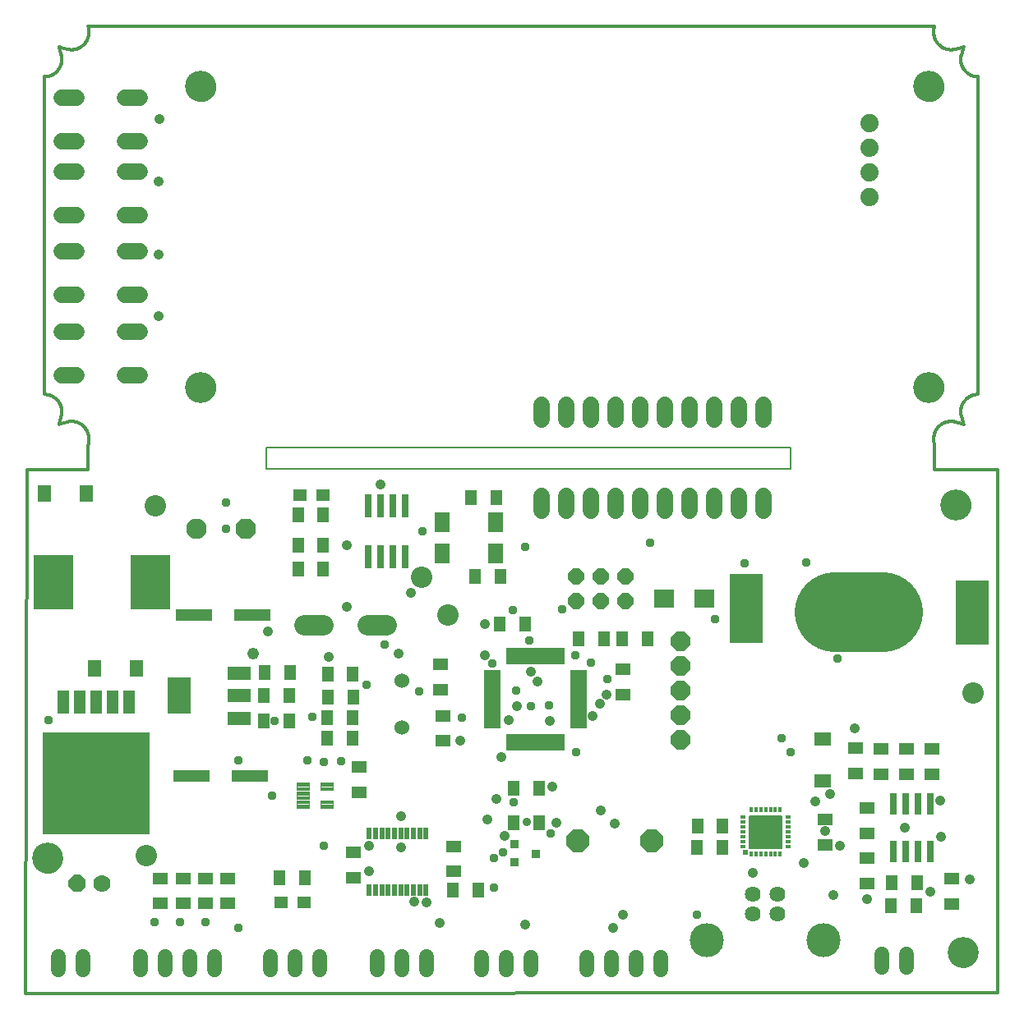
<source format=gts>
G75*
%MOIN*%
%OFA0B0*%
%FSLAX25Y25*%
%IPPOS*%
%LPD*%
%AMOC8*
5,1,8,0,0,1.08239X$1,22.5*
%
%ADD10C,0.00591*%
%ADD11C,0.01181*%
%ADD12C,0.00600*%
%ADD13C,0.00000*%
%ADD14C,0.12611*%
%ADD15R,0.13300X0.16800*%
%ADD16C,0.32296*%
%ADD17R,0.13300X0.13300*%
%ADD18R,0.13300X0.13800*%
%ADD19R,0.05118X0.05906*%
%ADD20R,0.14580X0.04737*%
%ADD21OC8,0.07000*%
%ADD22C,0.07000*%
%ADD23R,0.05906X0.05118*%
%ADD24C,0.08300*%
%ADD25OC8,0.08300*%
%ADD26C,0.05950*%
%ADD27R,0.43320X0.41784*%
%ADD28R,0.05000X0.09300*%
%ADD29C,0.05162*%
%ADD30R,0.09599X0.05599*%
%ADD31R,0.09461X0.14973*%
%ADD32R,0.01181X0.02362*%
%ADD33R,0.02362X0.01181*%
%ADD34R,0.01969X0.01969*%
%ADD35C,0.00500*%
%ADD36R,0.15957X0.22454*%
%ADD37R,0.05918X0.08280*%
%ADD38C,0.08477*%
%ADD39R,0.06706X0.01981*%
%ADD40R,0.01981X0.06706*%
%ADD41OC8,0.07800*%
%ADD42R,0.02900X0.08600*%
%ADD43R,0.06587X0.05800*%
%ADD44R,0.07887X0.07493*%
%ADD45R,0.02000X0.04700*%
%ADD46R,0.05800X0.06587*%
%ADD47R,0.03162X0.09461*%
%ADD48C,0.08674*%
%ADD49C,0.07400*%
%ADD50C,0.06737*%
%ADD51C,0.06400*%
%ADD52C,0.13800*%
%ADD53R,0.03800X0.03800*%
%ADD54OC8,0.09300*%
%ADD55R,0.05315X0.04724*%
%ADD56C,0.06000*%
%ADD57OC8,0.06400*%
%ADD58C,0.00413*%
%ADD59C,0.03778*%
%ADD60C,0.04146*%
%ADD61C,0.03581*%
%ADD62C,0.04762*%
D10*
X0017208Y0249100D02*
X0017383Y0249167D01*
X0017560Y0249231D01*
X0017738Y0249290D01*
X0017917Y0249344D01*
X0018097Y0249395D01*
X0020489Y0250035D02*
X0020655Y0250078D01*
X0020822Y0250116D01*
X0020989Y0250150D01*
X0021157Y0250180D01*
X0021326Y0250206D01*
X0021496Y0250228D01*
X0021666Y0250245D01*
X0021836Y0250259D01*
X0022007Y0250268D01*
X0022178Y0250274D01*
X0022349Y0250275D01*
X0022520Y0250272D01*
X0022690Y0250265D01*
X0022861Y0250253D01*
X0023031Y0250238D01*
X0023201Y0250218D01*
X0023370Y0250195D01*
X0023539Y0250167D01*
X0023707Y0250135D01*
X0023874Y0250099D01*
X0024040Y0250059D01*
X0024206Y0250015D01*
X0024370Y0249967D01*
X0024532Y0249915D01*
X0024694Y0249859D01*
X0024854Y0249799D01*
X0025013Y0249735D01*
X0025170Y0249667D01*
X0025325Y0249596D01*
X0025479Y0249521D01*
X0025630Y0249442D01*
X0025780Y0249360D01*
X0025928Y0249273D01*
X0026073Y0249184D01*
X0026216Y0249091D01*
X0026357Y0248994D01*
X0026496Y0248894D01*
X0026632Y0248790D01*
X0026766Y0248684D01*
X0026897Y0248574D01*
X0027025Y0248461D01*
X0027150Y0248345D01*
X0027273Y0248226D01*
X0027393Y0248103D01*
X0027509Y0247979D01*
X0027623Y0247851D01*
X0027733Y0247720D01*
X0027841Y0247587D01*
X0027945Y0247452D01*
X0028045Y0247313D01*
X0028143Y0247173D01*
X0028236Y0247030D01*
X0028327Y0246885D01*
X0028413Y0246737D01*
X0028497Y0246588D01*
X0028576Y0246437D01*
X0028652Y0246284D01*
X0028724Y0246129D01*
X0028792Y0245972D01*
X0028857Y0245813D01*
X0028917Y0245654D01*
X0028974Y0245492D01*
X0029027Y0245330D01*
X0029076Y0245166D01*
X0029120Y0245001D01*
X0029161Y0244835D01*
X0029198Y0244668D01*
X0029230Y0244500D01*
X0029259Y0244332D01*
X0029283Y0244162D01*
X0029304Y0243993D01*
X0029320Y0243822D01*
X0029332Y0243652D01*
X0029340Y0243481D01*
X0029344Y0243310D01*
X0029343Y0243139D01*
X0029344Y0243310D01*
X0029340Y0243481D01*
X0029332Y0243652D01*
X0029320Y0243822D01*
X0029304Y0243993D01*
X0029283Y0244162D01*
X0029259Y0244332D01*
X0029230Y0244500D01*
X0029198Y0244668D01*
X0029161Y0244835D01*
X0029120Y0245001D01*
X0029076Y0245166D01*
X0029027Y0245330D01*
X0028974Y0245492D01*
X0028917Y0245654D01*
X0028857Y0245813D01*
X0028792Y0245972D01*
X0028724Y0246129D01*
X0028652Y0246284D01*
X0028576Y0246437D01*
X0028497Y0246588D01*
X0028413Y0246737D01*
X0028327Y0246885D01*
X0028236Y0247030D01*
X0028143Y0247173D01*
X0028045Y0247313D01*
X0027945Y0247452D01*
X0027841Y0247587D01*
X0027733Y0247720D01*
X0027623Y0247851D01*
X0027509Y0247979D01*
X0027393Y0248103D01*
X0027273Y0248226D01*
X0027150Y0248345D01*
X0027025Y0248461D01*
X0026897Y0248574D01*
X0026766Y0248684D01*
X0026632Y0248790D01*
X0026496Y0248894D01*
X0026357Y0248994D01*
X0026216Y0249091D01*
X0026073Y0249184D01*
X0025928Y0249273D01*
X0025780Y0249360D01*
X0025630Y0249442D01*
X0025479Y0249521D01*
X0025325Y0249596D01*
X0025170Y0249667D01*
X0025013Y0249735D01*
X0024854Y0249799D01*
X0024694Y0249859D01*
X0024532Y0249915D01*
X0024370Y0249967D01*
X0024206Y0250015D01*
X0024040Y0250059D01*
X0023874Y0250099D01*
X0023707Y0250135D01*
X0023539Y0250167D01*
X0023370Y0250195D01*
X0023201Y0250218D01*
X0023031Y0250238D01*
X0022861Y0250253D01*
X0022690Y0250265D01*
X0022520Y0250272D01*
X0022349Y0250275D01*
X0022178Y0250274D01*
X0022007Y0250268D01*
X0021836Y0250259D01*
X0021666Y0250245D01*
X0021496Y0250228D01*
X0021326Y0250206D01*
X0021157Y0250180D01*
X0020989Y0250150D01*
X0020822Y0250116D01*
X0020655Y0250078D01*
X0020489Y0250035D01*
X0020655Y0250078D01*
X0020822Y0250116D01*
X0020989Y0250150D01*
X0021157Y0250180D01*
X0021326Y0250206D01*
X0021496Y0250228D01*
X0021666Y0250245D01*
X0021836Y0250259D01*
X0022007Y0250268D01*
X0022178Y0250274D01*
X0022349Y0250275D01*
X0022520Y0250272D01*
X0022690Y0250265D01*
X0022861Y0250253D01*
X0023031Y0250238D01*
X0023201Y0250218D01*
X0023370Y0250195D01*
X0023539Y0250167D01*
X0023707Y0250135D01*
X0023874Y0250099D01*
X0024040Y0250059D01*
X0024206Y0250015D01*
X0024370Y0249967D01*
X0024532Y0249915D01*
X0024694Y0249859D01*
X0024854Y0249799D01*
X0025013Y0249735D01*
X0025170Y0249667D01*
X0025325Y0249596D01*
X0025479Y0249521D01*
X0025630Y0249442D01*
X0025780Y0249360D01*
X0025928Y0249273D01*
X0026073Y0249184D01*
X0026216Y0249091D01*
X0026357Y0248994D01*
X0026496Y0248894D01*
X0026632Y0248790D01*
X0026766Y0248684D01*
X0026897Y0248574D01*
X0027025Y0248461D01*
X0027150Y0248345D01*
X0027273Y0248226D01*
X0027393Y0248103D01*
X0027509Y0247979D01*
X0027623Y0247851D01*
X0027733Y0247720D01*
X0027841Y0247587D01*
X0027945Y0247452D01*
X0028045Y0247313D01*
X0028143Y0247173D01*
X0028236Y0247030D01*
X0028327Y0246885D01*
X0028413Y0246737D01*
X0028497Y0246588D01*
X0028576Y0246437D01*
X0028652Y0246284D01*
X0028724Y0246129D01*
X0028792Y0245972D01*
X0028857Y0245813D01*
X0028917Y0245654D01*
X0028974Y0245492D01*
X0029027Y0245330D01*
X0029076Y0245166D01*
X0029120Y0245001D01*
X0029161Y0244835D01*
X0029198Y0244668D01*
X0029230Y0244500D01*
X0029259Y0244332D01*
X0029283Y0244162D01*
X0029304Y0243993D01*
X0029320Y0243822D01*
X0029332Y0243652D01*
X0029340Y0243481D01*
X0029344Y0243310D01*
X0029343Y0243139D01*
X0018097Y0249395D02*
X0017917Y0249344D01*
X0017738Y0249290D01*
X0017560Y0249231D01*
X0017383Y0249167D01*
X0017208Y0249100D01*
X0018144Y0252380D02*
X0018187Y0252546D01*
X0018225Y0252713D01*
X0018259Y0252880D01*
X0018289Y0253048D01*
X0018315Y0253217D01*
X0018337Y0253387D01*
X0018354Y0253557D01*
X0018368Y0253727D01*
X0018377Y0253898D01*
X0018383Y0254069D01*
X0018384Y0254240D01*
X0018381Y0254411D01*
X0018374Y0254581D01*
X0018362Y0254752D01*
X0018347Y0254922D01*
X0018327Y0255092D01*
X0018304Y0255261D01*
X0018276Y0255430D01*
X0018244Y0255598D01*
X0018208Y0255765D01*
X0018168Y0255931D01*
X0018124Y0256097D01*
X0018076Y0256261D01*
X0018024Y0256423D01*
X0017968Y0256585D01*
X0017908Y0256745D01*
X0017844Y0256904D01*
X0017776Y0257061D01*
X0017705Y0257216D01*
X0017630Y0257370D01*
X0017551Y0257521D01*
X0017469Y0257671D01*
X0017382Y0257819D01*
X0017293Y0257964D01*
X0017200Y0258107D01*
X0017103Y0258248D01*
X0017003Y0258387D01*
X0016899Y0258523D01*
X0016793Y0258657D01*
X0016683Y0258788D01*
X0016570Y0258916D01*
X0016454Y0259041D01*
X0016335Y0259164D01*
X0016212Y0259284D01*
X0016088Y0259400D01*
X0015960Y0259514D01*
X0015829Y0259624D01*
X0015696Y0259732D01*
X0015561Y0259836D01*
X0015422Y0259936D01*
X0015282Y0260034D01*
X0015139Y0260127D01*
X0014994Y0260218D01*
X0014846Y0260304D01*
X0014697Y0260388D01*
X0014546Y0260467D01*
X0014393Y0260543D01*
X0014238Y0260615D01*
X0014081Y0260683D01*
X0013922Y0260748D01*
X0013763Y0260808D01*
X0013601Y0260865D01*
X0013439Y0260918D01*
X0013275Y0260967D01*
X0013110Y0261011D01*
X0012944Y0261052D01*
X0012777Y0261089D01*
X0012609Y0261121D01*
X0012441Y0261150D01*
X0012271Y0261174D01*
X0012102Y0261195D01*
X0011931Y0261211D01*
X0011761Y0261223D01*
X0011590Y0261231D01*
X0011419Y0261235D01*
X0011248Y0261234D01*
X0011419Y0261235D01*
X0011590Y0261231D01*
X0011761Y0261223D01*
X0011931Y0261211D01*
X0012102Y0261195D01*
X0012271Y0261174D01*
X0012441Y0261150D01*
X0012609Y0261121D01*
X0012777Y0261089D01*
X0012944Y0261052D01*
X0013110Y0261011D01*
X0013275Y0260967D01*
X0013439Y0260918D01*
X0013601Y0260865D01*
X0013763Y0260808D01*
X0013922Y0260748D01*
X0014081Y0260683D01*
X0014238Y0260615D01*
X0014393Y0260543D01*
X0014546Y0260467D01*
X0014697Y0260388D01*
X0014846Y0260304D01*
X0014994Y0260218D01*
X0015139Y0260127D01*
X0015282Y0260034D01*
X0015422Y0259936D01*
X0015561Y0259836D01*
X0015696Y0259732D01*
X0015829Y0259624D01*
X0015960Y0259514D01*
X0016088Y0259400D01*
X0016212Y0259284D01*
X0016335Y0259164D01*
X0016454Y0259041D01*
X0016570Y0258916D01*
X0016683Y0258788D01*
X0016793Y0258657D01*
X0016899Y0258523D01*
X0017003Y0258387D01*
X0017103Y0258248D01*
X0017200Y0258107D01*
X0017293Y0257964D01*
X0017382Y0257819D01*
X0017469Y0257671D01*
X0017551Y0257521D01*
X0017630Y0257370D01*
X0017705Y0257216D01*
X0017776Y0257061D01*
X0017844Y0256904D01*
X0017908Y0256745D01*
X0017968Y0256585D01*
X0018024Y0256423D01*
X0018076Y0256261D01*
X0018124Y0256097D01*
X0018168Y0255931D01*
X0018208Y0255765D01*
X0018244Y0255598D01*
X0018276Y0255430D01*
X0018304Y0255261D01*
X0018327Y0255092D01*
X0018347Y0254922D01*
X0018362Y0254752D01*
X0018374Y0254581D01*
X0018381Y0254411D01*
X0018384Y0254240D01*
X0018383Y0254069D01*
X0018377Y0253898D01*
X0018368Y0253727D01*
X0018354Y0253557D01*
X0018337Y0253387D01*
X0018315Y0253217D01*
X0018289Y0253048D01*
X0018259Y0252880D01*
X0018225Y0252713D01*
X0018187Y0252546D01*
X0018144Y0252380D01*
X0018187Y0252546D01*
X0018225Y0252713D01*
X0018259Y0252880D01*
X0018289Y0253048D01*
X0018315Y0253217D01*
X0018337Y0253387D01*
X0018354Y0253557D01*
X0018368Y0253727D01*
X0018377Y0253898D01*
X0018383Y0254069D01*
X0018384Y0254240D01*
X0018381Y0254411D01*
X0018374Y0254581D01*
X0018362Y0254752D01*
X0018347Y0254922D01*
X0018327Y0255092D01*
X0018304Y0255261D01*
X0018276Y0255430D01*
X0018244Y0255598D01*
X0018208Y0255765D01*
X0018168Y0255931D01*
X0018124Y0256097D01*
X0018076Y0256261D01*
X0018024Y0256423D01*
X0017968Y0256585D01*
X0017908Y0256745D01*
X0017844Y0256904D01*
X0017776Y0257061D01*
X0017705Y0257216D01*
X0017630Y0257370D01*
X0017551Y0257521D01*
X0017469Y0257671D01*
X0017382Y0257819D01*
X0017293Y0257964D01*
X0017200Y0258107D01*
X0017103Y0258248D01*
X0017003Y0258387D01*
X0016899Y0258523D01*
X0016793Y0258657D01*
X0016683Y0258788D01*
X0016570Y0258916D01*
X0016454Y0259041D01*
X0016335Y0259164D01*
X0016212Y0259284D01*
X0016088Y0259400D01*
X0015960Y0259514D01*
X0015829Y0259624D01*
X0015696Y0259732D01*
X0015561Y0259836D01*
X0015422Y0259936D01*
X0015282Y0260034D01*
X0015139Y0260127D01*
X0014994Y0260218D01*
X0014846Y0260304D01*
X0014697Y0260388D01*
X0014546Y0260467D01*
X0014393Y0260543D01*
X0014238Y0260615D01*
X0014081Y0260683D01*
X0013922Y0260748D01*
X0013763Y0260808D01*
X0013601Y0260865D01*
X0013439Y0260918D01*
X0013275Y0260967D01*
X0013110Y0261011D01*
X0012944Y0261052D01*
X0012777Y0261089D01*
X0012609Y0261121D01*
X0012441Y0261150D01*
X0012271Y0261174D01*
X0012102Y0261195D01*
X0011931Y0261211D01*
X0011761Y0261223D01*
X0011590Y0261231D01*
X0011419Y0261235D01*
X0011248Y0261234D01*
X0017503Y0249989D02*
X0017452Y0249809D01*
X0017398Y0249629D01*
X0017339Y0249452D01*
X0017275Y0249275D01*
X0017208Y0249100D01*
X0017275Y0249275D01*
X0017339Y0249452D01*
X0017398Y0249629D01*
X0017452Y0249809D01*
X0017503Y0249989D01*
X0017452Y0249809D01*
X0017398Y0249629D01*
X0017339Y0249452D01*
X0017275Y0249275D01*
X0017208Y0249100D01*
X0017383Y0249167D01*
X0017560Y0249231D01*
X0017738Y0249290D01*
X0017917Y0249344D01*
X0018097Y0249395D01*
X0029342Y0243140D02*
X0029331Y0242716D01*
X0029310Y0242293D01*
X0029279Y0241871D01*
X0029237Y0241449D01*
X0029186Y0241028D01*
X0029125Y0240609D01*
X0029186Y0241028D01*
X0029237Y0241449D01*
X0029279Y0241871D01*
X0029310Y0242293D01*
X0029331Y0242716D01*
X0029342Y0243140D01*
X0029331Y0242716D01*
X0029310Y0242293D01*
X0029279Y0241871D01*
X0029237Y0241449D01*
X0029186Y0241028D01*
X0029125Y0240609D01*
X0011248Y0390192D02*
X0011419Y0390191D01*
X0011590Y0390195D01*
X0011761Y0390203D01*
X0011931Y0390215D01*
X0012102Y0390231D01*
X0012271Y0390252D01*
X0012441Y0390276D01*
X0012609Y0390305D01*
X0012777Y0390337D01*
X0012944Y0390374D01*
X0013110Y0390415D01*
X0013275Y0390459D01*
X0013439Y0390508D01*
X0013601Y0390561D01*
X0013763Y0390618D01*
X0013922Y0390678D01*
X0014081Y0390743D01*
X0014238Y0390811D01*
X0014393Y0390883D01*
X0014546Y0390959D01*
X0014697Y0391038D01*
X0014846Y0391122D01*
X0014994Y0391208D01*
X0015139Y0391299D01*
X0015282Y0391392D01*
X0015422Y0391490D01*
X0015561Y0391590D01*
X0015696Y0391694D01*
X0015829Y0391802D01*
X0015960Y0391912D01*
X0016088Y0392026D01*
X0016212Y0392142D01*
X0016335Y0392262D01*
X0016454Y0392385D01*
X0016570Y0392510D01*
X0016683Y0392638D01*
X0016793Y0392769D01*
X0016899Y0392903D01*
X0017003Y0393039D01*
X0017103Y0393178D01*
X0017200Y0393319D01*
X0017293Y0393462D01*
X0017382Y0393607D01*
X0017469Y0393755D01*
X0017551Y0393905D01*
X0017630Y0394056D01*
X0017705Y0394210D01*
X0017776Y0394365D01*
X0017844Y0394522D01*
X0017908Y0394681D01*
X0017968Y0394841D01*
X0018024Y0395003D01*
X0018076Y0395165D01*
X0018124Y0395329D01*
X0018168Y0395495D01*
X0018208Y0395661D01*
X0018244Y0395828D01*
X0018276Y0395996D01*
X0018304Y0396165D01*
X0018327Y0396334D01*
X0018347Y0396504D01*
X0018362Y0396674D01*
X0018374Y0396845D01*
X0018381Y0397015D01*
X0018384Y0397186D01*
X0018383Y0397357D01*
X0018377Y0397528D01*
X0018368Y0397699D01*
X0018354Y0397869D01*
X0018337Y0398039D01*
X0018315Y0398209D01*
X0018289Y0398378D01*
X0018259Y0398546D01*
X0018225Y0398713D01*
X0018187Y0398880D01*
X0018144Y0399046D01*
X0018187Y0398880D01*
X0018225Y0398713D01*
X0018259Y0398546D01*
X0018289Y0398378D01*
X0018315Y0398209D01*
X0018337Y0398039D01*
X0018354Y0397869D01*
X0018368Y0397699D01*
X0018377Y0397528D01*
X0018383Y0397357D01*
X0018384Y0397186D01*
X0018381Y0397015D01*
X0018374Y0396845D01*
X0018362Y0396674D01*
X0018347Y0396504D01*
X0018327Y0396334D01*
X0018304Y0396165D01*
X0018276Y0395996D01*
X0018244Y0395828D01*
X0018208Y0395661D01*
X0018168Y0395495D01*
X0018124Y0395329D01*
X0018076Y0395165D01*
X0018024Y0395003D01*
X0017968Y0394841D01*
X0017908Y0394681D01*
X0017844Y0394522D01*
X0017776Y0394365D01*
X0017705Y0394210D01*
X0017630Y0394056D01*
X0017551Y0393905D01*
X0017469Y0393755D01*
X0017382Y0393607D01*
X0017293Y0393462D01*
X0017200Y0393319D01*
X0017103Y0393178D01*
X0017003Y0393039D01*
X0016899Y0392903D01*
X0016793Y0392769D01*
X0016683Y0392638D01*
X0016570Y0392510D01*
X0016454Y0392385D01*
X0016335Y0392262D01*
X0016212Y0392142D01*
X0016088Y0392026D01*
X0015960Y0391912D01*
X0015829Y0391802D01*
X0015696Y0391694D01*
X0015561Y0391590D01*
X0015422Y0391490D01*
X0015282Y0391392D01*
X0015139Y0391299D01*
X0014994Y0391208D01*
X0014846Y0391122D01*
X0014697Y0391038D01*
X0014546Y0390959D01*
X0014393Y0390883D01*
X0014238Y0390811D01*
X0014081Y0390743D01*
X0013922Y0390678D01*
X0013763Y0390618D01*
X0013601Y0390561D01*
X0013439Y0390508D01*
X0013275Y0390459D01*
X0013110Y0390415D01*
X0012944Y0390374D01*
X0012777Y0390337D01*
X0012609Y0390305D01*
X0012441Y0390276D01*
X0012271Y0390252D01*
X0012102Y0390231D01*
X0011931Y0390215D01*
X0011761Y0390203D01*
X0011590Y0390195D01*
X0011419Y0390191D01*
X0011248Y0390192D01*
X0011419Y0390191D01*
X0011590Y0390195D01*
X0011761Y0390203D01*
X0011931Y0390215D01*
X0012102Y0390231D01*
X0012271Y0390252D01*
X0012441Y0390276D01*
X0012609Y0390305D01*
X0012777Y0390337D01*
X0012944Y0390374D01*
X0013110Y0390415D01*
X0013275Y0390459D01*
X0013439Y0390508D01*
X0013601Y0390561D01*
X0013763Y0390618D01*
X0013922Y0390678D01*
X0014081Y0390743D01*
X0014238Y0390811D01*
X0014393Y0390883D01*
X0014546Y0390959D01*
X0014697Y0391038D01*
X0014846Y0391122D01*
X0014994Y0391208D01*
X0015139Y0391299D01*
X0015282Y0391392D01*
X0015422Y0391490D01*
X0015561Y0391590D01*
X0015696Y0391694D01*
X0015829Y0391802D01*
X0015960Y0391912D01*
X0016088Y0392026D01*
X0016212Y0392142D01*
X0016335Y0392262D01*
X0016454Y0392385D01*
X0016570Y0392510D01*
X0016683Y0392638D01*
X0016793Y0392769D01*
X0016899Y0392903D01*
X0017003Y0393039D01*
X0017103Y0393178D01*
X0017200Y0393319D01*
X0017293Y0393462D01*
X0017382Y0393607D01*
X0017469Y0393755D01*
X0017551Y0393905D01*
X0017630Y0394056D01*
X0017705Y0394210D01*
X0017776Y0394365D01*
X0017844Y0394522D01*
X0017908Y0394681D01*
X0017968Y0394841D01*
X0018024Y0395003D01*
X0018076Y0395165D01*
X0018124Y0395329D01*
X0018168Y0395495D01*
X0018208Y0395661D01*
X0018244Y0395828D01*
X0018276Y0395996D01*
X0018304Y0396165D01*
X0018327Y0396334D01*
X0018347Y0396504D01*
X0018362Y0396674D01*
X0018374Y0396845D01*
X0018381Y0397015D01*
X0018384Y0397186D01*
X0018383Y0397357D01*
X0018377Y0397528D01*
X0018368Y0397699D01*
X0018354Y0397869D01*
X0018337Y0398039D01*
X0018315Y0398209D01*
X0018289Y0398378D01*
X0018259Y0398546D01*
X0018225Y0398713D01*
X0018187Y0398880D01*
X0018144Y0399046D01*
X0017503Y0401437D02*
X0017452Y0401617D01*
X0017398Y0401797D01*
X0017339Y0401974D01*
X0017275Y0402151D01*
X0017208Y0402326D01*
X0020489Y0401390D02*
X0020655Y0401347D01*
X0020822Y0401309D01*
X0020989Y0401275D01*
X0021157Y0401245D01*
X0021326Y0401219D01*
X0021496Y0401197D01*
X0021666Y0401180D01*
X0021836Y0401166D01*
X0022007Y0401157D01*
X0022178Y0401151D01*
X0022349Y0401150D01*
X0022520Y0401153D01*
X0022690Y0401160D01*
X0022861Y0401172D01*
X0023031Y0401187D01*
X0023201Y0401207D01*
X0023370Y0401230D01*
X0023539Y0401258D01*
X0023707Y0401290D01*
X0023874Y0401326D01*
X0024040Y0401366D01*
X0024206Y0401410D01*
X0024370Y0401458D01*
X0024532Y0401510D01*
X0024694Y0401566D01*
X0024854Y0401626D01*
X0025013Y0401690D01*
X0025170Y0401758D01*
X0025325Y0401829D01*
X0025479Y0401904D01*
X0025630Y0401983D01*
X0025780Y0402065D01*
X0025928Y0402152D01*
X0026073Y0402241D01*
X0026216Y0402334D01*
X0026357Y0402431D01*
X0026496Y0402531D01*
X0026632Y0402635D01*
X0026766Y0402741D01*
X0026897Y0402851D01*
X0027025Y0402964D01*
X0027150Y0403080D01*
X0027273Y0403199D01*
X0027393Y0403322D01*
X0027509Y0403446D01*
X0027623Y0403574D01*
X0027733Y0403705D01*
X0027841Y0403838D01*
X0027945Y0403974D01*
X0028045Y0404112D01*
X0028143Y0404252D01*
X0028236Y0404395D01*
X0028327Y0404540D01*
X0028413Y0404688D01*
X0028497Y0404837D01*
X0028576Y0404988D01*
X0028652Y0405141D01*
X0028724Y0405296D01*
X0028792Y0405453D01*
X0028857Y0405612D01*
X0028917Y0405771D01*
X0028974Y0405933D01*
X0029027Y0406095D01*
X0029076Y0406259D01*
X0029120Y0406424D01*
X0029161Y0406590D01*
X0029198Y0406757D01*
X0029230Y0406925D01*
X0029259Y0407093D01*
X0029283Y0407263D01*
X0029304Y0407432D01*
X0029320Y0407603D01*
X0029332Y0407773D01*
X0029340Y0407944D01*
X0029344Y0408115D01*
X0029343Y0408286D01*
X0029344Y0408115D01*
X0029340Y0407944D01*
X0029332Y0407773D01*
X0029320Y0407603D01*
X0029304Y0407432D01*
X0029283Y0407263D01*
X0029259Y0407093D01*
X0029230Y0406925D01*
X0029198Y0406757D01*
X0029161Y0406590D01*
X0029120Y0406424D01*
X0029076Y0406259D01*
X0029027Y0406095D01*
X0028974Y0405933D01*
X0028917Y0405771D01*
X0028857Y0405612D01*
X0028792Y0405453D01*
X0028724Y0405296D01*
X0028652Y0405141D01*
X0028576Y0404988D01*
X0028497Y0404837D01*
X0028413Y0404688D01*
X0028327Y0404540D01*
X0028236Y0404395D01*
X0028143Y0404252D01*
X0028045Y0404112D01*
X0027945Y0403974D01*
X0027841Y0403838D01*
X0027733Y0403705D01*
X0027623Y0403574D01*
X0027509Y0403446D01*
X0027393Y0403322D01*
X0027273Y0403199D01*
X0027150Y0403080D01*
X0027025Y0402964D01*
X0026897Y0402851D01*
X0026766Y0402741D01*
X0026632Y0402635D01*
X0026496Y0402531D01*
X0026357Y0402431D01*
X0026216Y0402334D01*
X0026073Y0402241D01*
X0025928Y0402152D01*
X0025780Y0402065D01*
X0025630Y0401983D01*
X0025479Y0401904D01*
X0025325Y0401829D01*
X0025170Y0401758D01*
X0025013Y0401690D01*
X0024854Y0401626D01*
X0024694Y0401566D01*
X0024532Y0401510D01*
X0024370Y0401458D01*
X0024206Y0401410D01*
X0024040Y0401366D01*
X0023874Y0401326D01*
X0023707Y0401290D01*
X0023539Y0401258D01*
X0023370Y0401230D01*
X0023201Y0401207D01*
X0023031Y0401187D01*
X0022861Y0401172D01*
X0022690Y0401160D01*
X0022520Y0401153D01*
X0022349Y0401150D01*
X0022178Y0401151D01*
X0022007Y0401157D01*
X0021836Y0401166D01*
X0021666Y0401180D01*
X0021496Y0401197D01*
X0021326Y0401219D01*
X0021157Y0401245D01*
X0020989Y0401275D01*
X0020822Y0401309D01*
X0020655Y0401347D01*
X0020489Y0401390D01*
X0020655Y0401347D01*
X0020822Y0401309D01*
X0020989Y0401275D01*
X0021157Y0401245D01*
X0021326Y0401219D01*
X0021496Y0401197D01*
X0021666Y0401180D01*
X0021836Y0401166D01*
X0022007Y0401157D01*
X0022178Y0401151D01*
X0022349Y0401150D01*
X0022520Y0401153D01*
X0022690Y0401160D01*
X0022861Y0401172D01*
X0023031Y0401187D01*
X0023201Y0401207D01*
X0023370Y0401230D01*
X0023539Y0401258D01*
X0023707Y0401290D01*
X0023874Y0401326D01*
X0024040Y0401366D01*
X0024206Y0401410D01*
X0024370Y0401458D01*
X0024532Y0401510D01*
X0024694Y0401566D01*
X0024854Y0401626D01*
X0025013Y0401690D01*
X0025170Y0401758D01*
X0025325Y0401829D01*
X0025479Y0401904D01*
X0025630Y0401983D01*
X0025780Y0402065D01*
X0025928Y0402152D01*
X0026073Y0402241D01*
X0026216Y0402334D01*
X0026357Y0402431D01*
X0026496Y0402531D01*
X0026632Y0402635D01*
X0026766Y0402741D01*
X0026897Y0402851D01*
X0027025Y0402964D01*
X0027150Y0403080D01*
X0027273Y0403199D01*
X0027393Y0403322D01*
X0027509Y0403446D01*
X0027623Y0403574D01*
X0027733Y0403705D01*
X0027841Y0403838D01*
X0027945Y0403974D01*
X0028045Y0404112D01*
X0028143Y0404252D01*
X0028236Y0404395D01*
X0028327Y0404540D01*
X0028413Y0404688D01*
X0028497Y0404837D01*
X0028576Y0404988D01*
X0028652Y0405141D01*
X0028724Y0405296D01*
X0028792Y0405453D01*
X0028857Y0405612D01*
X0028917Y0405771D01*
X0028974Y0405933D01*
X0029027Y0406095D01*
X0029076Y0406259D01*
X0029120Y0406424D01*
X0029161Y0406590D01*
X0029198Y0406757D01*
X0029230Y0406925D01*
X0029259Y0407093D01*
X0029283Y0407263D01*
X0029304Y0407432D01*
X0029320Y0407603D01*
X0029332Y0407773D01*
X0029340Y0407944D01*
X0029344Y0408115D01*
X0029343Y0408286D01*
X0018097Y0402031D02*
X0017917Y0402082D01*
X0017738Y0402136D01*
X0017560Y0402195D01*
X0017383Y0402259D01*
X0017208Y0402326D01*
X0017383Y0402259D01*
X0017560Y0402195D01*
X0017738Y0402136D01*
X0017917Y0402082D01*
X0018097Y0402031D01*
X0017917Y0402082D01*
X0017738Y0402136D01*
X0017560Y0402195D01*
X0017383Y0402259D01*
X0017208Y0402326D01*
X0017275Y0402151D01*
X0017339Y0401974D01*
X0017398Y0401797D01*
X0017452Y0401617D01*
X0017503Y0401437D01*
X0017452Y0401617D01*
X0017398Y0401797D01*
X0017339Y0401974D01*
X0017275Y0402151D01*
X0017208Y0402326D01*
X0029342Y0408286D02*
X0029331Y0408710D01*
X0029310Y0409133D01*
X0029279Y0409555D01*
X0029237Y0409977D01*
X0029186Y0410398D01*
X0029125Y0410817D01*
X0029186Y0410398D01*
X0029237Y0409977D01*
X0029279Y0409555D01*
X0029310Y0409133D01*
X0029331Y0408710D01*
X0029342Y0408286D01*
X0029331Y0408710D01*
X0029310Y0409133D01*
X0029279Y0409555D01*
X0029237Y0409977D01*
X0029186Y0410398D01*
X0029125Y0410817D01*
X0372043Y0408286D02*
X0372042Y0408115D01*
X0372046Y0407944D01*
X0372054Y0407773D01*
X0372066Y0407603D01*
X0372082Y0407432D01*
X0372103Y0407263D01*
X0372127Y0407093D01*
X0372156Y0406925D01*
X0372188Y0406757D01*
X0372225Y0406590D01*
X0372266Y0406424D01*
X0372310Y0406259D01*
X0372359Y0406095D01*
X0372412Y0405933D01*
X0372469Y0405771D01*
X0372529Y0405612D01*
X0372594Y0405453D01*
X0372662Y0405296D01*
X0372734Y0405141D01*
X0372810Y0404988D01*
X0372889Y0404837D01*
X0372973Y0404688D01*
X0373059Y0404540D01*
X0373150Y0404395D01*
X0373243Y0404252D01*
X0373341Y0404112D01*
X0373441Y0403974D01*
X0373545Y0403838D01*
X0373653Y0403705D01*
X0373763Y0403574D01*
X0373877Y0403446D01*
X0373993Y0403322D01*
X0374113Y0403199D01*
X0374236Y0403080D01*
X0374361Y0402964D01*
X0374489Y0402851D01*
X0374620Y0402741D01*
X0374754Y0402635D01*
X0374890Y0402531D01*
X0375029Y0402431D01*
X0375170Y0402334D01*
X0375313Y0402241D01*
X0375458Y0402152D01*
X0375606Y0402065D01*
X0375756Y0401983D01*
X0375907Y0401904D01*
X0376061Y0401829D01*
X0376216Y0401758D01*
X0376373Y0401690D01*
X0376532Y0401626D01*
X0376692Y0401566D01*
X0376854Y0401510D01*
X0377016Y0401458D01*
X0377180Y0401410D01*
X0377346Y0401366D01*
X0377512Y0401326D01*
X0377679Y0401290D01*
X0377847Y0401258D01*
X0378016Y0401230D01*
X0378185Y0401207D01*
X0378355Y0401187D01*
X0378525Y0401172D01*
X0378696Y0401160D01*
X0378866Y0401153D01*
X0379037Y0401150D01*
X0379208Y0401151D01*
X0379379Y0401157D01*
X0379550Y0401166D01*
X0379720Y0401180D01*
X0379890Y0401197D01*
X0380060Y0401219D01*
X0380229Y0401245D01*
X0380397Y0401275D01*
X0380564Y0401309D01*
X0380731Y0401347D01*
X0380897Y0401390D01*
X0380731Y0401347D01*
X0380564Y0401309D01*
X0380397Y0401275D01*
X0380229Y0401245D01*
X0380060Y0401219D01*
X0379890Y0401197D01*
X0379720Y0401180D01*
X0379550Y0401166D01*
X0379379Y0401157D01*
X0379208Y0401151D01*
X0379037Y0401150D01*
X0378866Y0401153D01*
X0378696Y0401160D01*
X0378525Y0401172D01*
X0378355Y0401187D01*
X0378185Y0401207D01*
X0378016Y0401230D01*
X0377847Y0401258D01*
X0377679Y0401290D01*
X0377512Y0401326D01*
X0377346Y0401366D01*
X0377180Y0401410D01*
X0377016Y0401458D01*
X0376854Y0401510D01*
X0376692Y0401566D01*
X0376532Y0401626D01*
X0376373Y0401690D01*
X0376216Y0401758D01*
X0376061Y0401829D01*
X0375907Y0401904D01*
X0375756Y0401983D01*
X0375606Y0402065D01*
X0375458Y0402152D01*
X0375313Y0402241D01*
X0375170Y0402334D01*
X0375029Y0402431D01*
X0374890Y0402531D01*
X0374754Y0402635D01*
X0374620Y0402741D01*
X0374489Y0402851D01*
X0374361Y0402964D01*
X0374236Y0403080D01*
X0374113Y0403199D01*
X0373993Y0403322D01*
X0373877Y0403446D01*
X0373763Y0403574D01*
X0373653Y0403705D01*
X0373545Y0403838D01*
X0373441Y0403974D01*
X0373341Y0404112D01*
X0373243Y0404252D01*
X0373150Y0404395D01*
X0373059Y0404540D01*
X0372973Y0404688D01*
X0372889Y0404837D01*
X0372810Y0404988D01*
X0372734Y0405141D01*
X0372662Y0405296D01*
X0372594Y0405453D01*
X0372529Y0405612D01*
X0372469Y0405771D01*
X0372412Y0405933D01*
X0372359Y0406095D01*
X0372310Y0406259D01*
X0372266Y0406424D01*
X0372225Y0406590D01*
X0372188Y0406757D01*
X0372156Y0406925D01*
X0372127Y0407093D01*
X0372103Y0407263D01*
X0372082Y0407432D01*
X0372066Y0407603D01*
X0372054Y0407773D01*
X0372046Y0407944D01*
X0372042Y0408115D01*
X0372043Y0408286D01*
X0372042Y0408115D01*
X0372046Y0407944D01*
X0372054Y0407773D01*
X0372066Y0407603D01*
X0372082Y0407432D01*
X0372103Y0407263D01*
X0372127Y0407093D01*
X0372156Y0406925D01*
X0372188Y0406757D01*
X0372225Y0406590D01*
X0372266Y0406424D01*
X0372310Y0406259D01*
X0372359Y0406095D01*
X0372412Y0405933D01*
X0372469Y0405771D01*
X0372529Y0405612D01*
X0372594Y0405453D01*
X0372662Y0405296D01*
X0372734Y0405141D01*
X0372810Y0404988D01*
X0372889Y0404837D01*
X0372973Y0404688D01*
X0373059Y0404540D01*
X0373150Y0404395D01*
X0373243Y0404252D01*
X0373341Y0404112D01*
X0373441Y0403974D01*
X0373545Y0403838D01*
X0373653Y0403705D01*
X0373763Y0403574D01*
X0373877Y0403446D01*
X0373993Y0403322D01*
X0374113Y0403199D01*
X0374236Y0403080D01*
X0374361Y0402964D01*
X0374489Y0402851D01*
X0374620Y0402741D01*
X0374754Y0402635D01*
X0374890Y0402531D01*
X0375029Y0402431D01*
X0375170Y0402334D01*
X0375313Y0402241D01*
X0375458Y0402152D01*
X0375606Y0402065D01*
X0375756Y0401983D01*
X0375907Y0401904D01*
X0376061Y0401829D01*
X0376216Y0401758D01*
X0376373Y0401690D01*
X0376532Y0401626D01*
X0376692Y0401566D01*
X0376854Y0401510D01*
X0377016Y0401458D01*
X0377180Y0401410D01*
X0377346Y0401366D01*
X0377512Y0401326D01*
X0377679Y0401290D01*
X0377847Y0401258D01*
X0378016Y0401230D01*
X0378185Y0401207D01*
X0378355Y0401187D01*
X0378525Y0401172D01*
X0378696Y0401160D01*
X0378866Y0401153D01*
X0379037Y0401150D01*
X0379208Y0401151D01*
X0379379Y0401157D01*
X0379550Y0401166D01*
X0379720Y0401180D01*
X0379890Y0401197D01*
X0380060Y0401219D01*
X0380229Y0401245D01*
X0380397Y0401275D01*
X0380564Y0401309D01*
X0380731Y0401347D01*
X0380897Y0401390D01*
X0383289Y0402031D02*
X0383469Y0402082D01*
X0383648Y0402136D01*
X0383826Y0402195D01*
X0384003Y0402259D01*
X0384178Y0402326D01*
X0383242Y0399046D02*
X0383199Y0398880D01*
X0383161Y0398713D01*
X0383127Y0398546D01*
X0383097Y0398378D01*
X0383071Y0398209D01*
X0383049Y0398039D01*
X0383032Y0397869D01*
X0383018Y0397699D01*
X0383009Y0397528D01*
X0383003Y0397357D01*
X0383002Y0397186D01*
X0383005Y0397015D01*
X0383012Y0396845D01*
X0383024Y0396674D01*
X0383039Y0396504D01*
X0383059Y0396334D01*
X0383082Y0396165D01*
X0383110Y0395996D01*
X0383142Y0395828D01*
X0383178Y0395661D01*
X0383218Y0395495D01*
X0383262Y0395329D01*
X0383310Y0395165D01*
X0383362Y0395003D01*
X0383418Y0394841D01*
X0383478Y0394681D01*
X0383542Y0394522D01*
X0383610Y0394365D01*
X0383681Y0394210D01*
X0383756Y0394056D01*
X0383835Y0393905D01*
X0383917Y0393755D01*
X0384004Y0393607D01*
X0384093Y0393462D01*
X0384186Y0393319D01*
X0384283Y0393178D01*
X0384383Y0393039D01*
X0384487Y0392903D01*
X0384593Y0392769D01*
X0384703Y0392638D01*
X0384816Y0392510D01*
X0384932Y0392385D01*
X0385051Y0392262D01*
X0385174Y0392142D01*
X0385298Y0392026D01*
X0385426Y0391912D01*
X0385557Y0391802D01*
X0385690Y0391694D01*
X0385825Y0391590D01*
X0385964Y0391490D01*
X0386104Y0391392D01*
X0386247Y0391299D01*
X0386392Y0391208D01*
X0386540Y0391122D01*
X0386689Y0391038D01*
X0386840Y0390959D01*
X0386993Y0390883D01*
X0387148Y0390811D01*
X0387305Y0390743D01*
X0387464Y0390678D01*
X0387623Y0390618D01*
X0387785Y0390561D01*
X0387947Y0390508D01*
X0388111Y0390459D01*
X0388276Y0390415D01*
X0388442Y0390374D01*
X0388609Y0390337D01*
X0388777Y0390305D01*
X0388945Y0390276D01*
X0389115Y0390252D01*
X0389284Y0390231D01*
X0389455Y0390215D01*
X0389625Y0390203D01*
X0389796Y0390195D01*
X0389967Y0390191D01*
X0390138Y0390192D01*
X0389967Y0390191D01*
X0389796Y0390195D01*
X0389625Y0390203D01*
X0389455Y0390215D01*
X0389284Y0390231D01*
X0389115Y0390252D01*
X0388945Y0390276D01*
X0388777Y0390305D01*
X0388609Y0390337D01*
X0388442Y0390374D01*
X0388276Y0390415D01*
X0388111Y0390459D01*
X0387947Y0390508D01*
X0387785Y0390561D01*
X0387623Y0390618D01*
X0387464Y0390678D01*
X0387305Y0390743D01*
X0387148Y0390811D01*
X0386993Y0390883D01*
X0386840Y0390959D01*
X0386689Y0391038D01*
X0386540Y0391122D01*
X0386392Y0391208D01*
X0386247Y0391299D01*
X0386104Y0391392D01*
X0385964Y0391490D01*
X0385825Y0391590D01*
X0385690Y0391694D01*
X0385557Y0391802D01*
X0385426Y0391912D01*
X0385298Y0392026D01*
X0385174Y0392142D01*
X0385051Y0392262D01*
X0384932Y0392385D01*
X0384816Y0392510D01*
X0384703Y0392638D01*
X0384593Y0392769D01*
X0384487Y0392903D01*
X0384383Y0393039D01*
X0384283Y0393178D01*
X0384186Y0393319D01*
X0384093Y0393462D01*
X0384004Y0393607D01*
X0383917Y0393755D01*
X0383835Y0393905D01*
X0383756Y0394056D01*
X0383681Y0394210D01*
X0383610Y0394365D01*
X0383542Y0394522D01*
X0383478Y0394681D01*
X0383418Y0394841D01*
X0383362Y0395003D01*
X0383310Y0395165D01*
X0383262Y0395329D01*
X0383218Y0395495D01*
X0383178Y0395661D01*
X0383142Y0395828D01*
X0383110Y0395996D01*
X0383082Y0396165D01*
X0383059Y0396334D01*
X0383039Y0396504D01*
X0383024Y0396674D01*
X0383012Y0396845D01*
X0383005Y0397015D01*
X0383002Y0397186D01*
X0383003Y0397357D01*
X0383009Y0397528D01*
X0383018Y0397699D01*
X0383032Y0397869D01*
X0383049Y0398039D01*
X0383071Y0398209D01*
X0383097Y0398378D01*
X0383127Y0398546D01*
X0383161Y0398713D01*
X0383199Y0398880D01*
X0383242Y0399046D01*
X0383199Y0398880D01*
X0383161Y0398713D01*
X0383127Y0398546D01*
X0383097Y0398378D01*
X0383071Y0398209D01*
X0383049Y0398039D01*
X0383032Y0397869D01*
X0383018Y0397699D01*
X0383009Y0397528D01*
X0383003Y0397357D01*
X0383002Y0397186D01*
X0383005Y0397015D01*
X0383012Y0396845D01*
X0383024Y0396674D01*
X0383039Y0396504D01*
X0383059Y0396334D01*
X0383082Y0396165D01*
X0383110Y0395996D01*
X0383142Y0395828D01*
X0383178Y0395661D01*
X0383218Y0395495D01*
X0383262Y0395329D01*
X0383310Y0395165D01*
X0383362Y0395003D01*
X0383418Y0394841D01*
X0383478Y0394681D01*
X0383542Y0394522D01*
X0383610Y0394365D01*
X0383681Y0394210D01*
X0383756Y0394056D01*
X0383835Y0393905D01*
X0383917Y0393755D01*
X0384004Y0393607D01*
X0384093Y0393462D01*
X0384186Y0393319D01*
X0384283Y0393178D01*
X0384383Y0393039D01*
X0384487Y0392903D01*
X0384593Y0392769D01*
X0384703Y0392638D01*
X0384816Y0392510D01*
X0384932Y0392385D01*
X0385051Y0392262D01*
X0385174Y0392142D01*
X0385298Y0392026D01*
X0385426Y0391912D01*
X0385557Y0391802D01*
X0385690Y0391694D01*
X0385825Y0391590D01*
X0385964Y0391490D01*
X0386104Y0391392D01*
X0386247Y0391299D01*
X0386392Y0391208D01*
X0386540Y0391122D01*
X0386689Y0391038D01*
X0386840Y0390959D01*
X0386993Y0390883D01*
X0387148Y0390811D01*
X0387305Y0390743D01*
X0387464Y0390678D01*
X0387623Y0390618D01*
X0387785Y0390561D01*
X0387947Y0390508D01*
X0388111Y0390459D01*
X0388276Y0390415D01*
X0388442Y0390374D01*
X0388609Y0390337D01*
X0388777Y0390305D01*
X0388945Y0390276D01*
X0389115Y0390252D01*
X0389284Y0390231D01*
X0389455Y0390215D01*
X0389625Y0390203D01*
X0389796Y0390195D01*
X0389967Y0390191D01*
X0390138Y0390192D01*
X0383883Y0401437D02*
X0383934Y0401617D01*
X0383988Y0401796D01*
X0384047Y0401974D01*
X0384110Y0402151D01*
X0384178Y0402325D01*
X0384110Y0402151D01*
X0384047Y0401974D01*
X0383988Y0401796D01*
X0383934Y0401617D01*
X0383883Y0401437D01*
X0383934Y0401617D01*
X0383988Y0401796D01*
X0384047Y0401974D01*
X0384110Y0402151D01*
X0384178Y0402325D01*
X0384178Y0402326D02*
X0384003Y0402259D01*
X0383826Y0402195D01*
X0383648Y0402136D01*
X0383469Y0402082D01*
X0383289Y0402031D01*
X0383469Y0402082D01*
X0383648Y0402136D01*
X0383826Y0402195D01*
X0384003Y0402259D01*
X0384178Y0402326D01*
X0372044Y0408286D02*
X0372055Y0408710D01*
X0372076Y0409133D01*
X0372107Y0409555D01*
X0372149Y0409977D01*
X0372200Y0410398D01*
X0372261Y0410817D01*
X0372200Y0410398D01*
X0372149Y0409977D01*
X0372107Y0409555D01*
X0372076Y0409133D01*
X0372055Y0408710D01*
X0372044Y0408286D01*
X0372055Y0408710D01*
X0372076Y0409133D01*
X0372107Y0409555D01*
X0372149Y0409977D01*
X0372200Y0410398D01*
X0372261Y0410817D01*
X0390138Y0261234D02*
X0389967Y0261235D01*
X0389796Y0261231D01*
X0389625Y0261223D01*
X0389455Y0261211D01*
X0389284Y0261195D01*
X0389115Y0261174D01*
X0388945Y0261150D01*
X0388777Y0261121D01*
X0388609Y0261089D01*
X0388442Y0261052D01*
X0388276Y0261011D01*
X0388111Y0260967D01*
X0387947Y0260918D01*
X0387785Y0260865D01*
X0387623Y0260808D01*
X0387464Y0260748D01*
X0387305Y0260683D01*
X0387148Y0260615D01*
X0386993Y0260543D01*
X0386840Y0260467D01*
X0386689Y0260388D01*
X0386540Y0260304D01*
X0386392Y0260218D01*
X0386247Y0260127D01*
X0386104Y0260034D01*
X0385964Y0259936D01*
X0385825Y0259836D01*
X0385690Y0259732D01*
X0385557Y0259624D01*
X0385426Y0259514D01*
X0385298Y0259400D01*
X0385174Y0259284D01*
X0385051Y0259164D01*
X0384932Y0259041D01*
X0384816Y0258916D01*
X0384703Y0258788D01*
X0384593Y0258657D01*
X0384487Y0258523D01*
X0384383Y0258387D01*
X0384283Y0258248D01*
X0384186Y0258107D01*
X0384093Y0257964D01*
X0384004Y0257819D01*
X0383917Y0257671D01*
X0383835Y0257521D01*
X0383756Y0257370D01*
X0383681Y0257216D01*
X0383610Y0257061D01*
X0383542Y0256904D01*
X0383478Y0256745D01*
X0383418Y0256585D01*
X0383362Y0256423D01*
X0383310Y0256261D01*
X0383262Y0256097D01*
X0383218Y0255931D01*
X0383178Y0255765D01*
X0383142Y0255598D01*
X0383110Y0255430D01*
X0383082Y0255261D01*
X0383059Y0255092D01*
X0383039Y0254922D01*
X0383024Y0254752D01*
X0383012Y0254581D01*
X0383005Y0254411D01*
X0383002Y0254240D01*
X0383003Y0254069D01*
X0383009Y0253898D01*
X0383018Y0253727D01*
X0383032Y0253557D01*
X0383049Y0253387D01*
X0383071Y0253217D01*
X0383097Y0253048D01*
X0383127Y0252880D01*
X0383161Y0252713D01*
X0383199Y0252546D01*
X0383242Y0252380D01*
X0383199Y0252546D01*
X0383161Y0252713D01*
X0383127Y0252880D01*
X0383097Y0253048D01*
X0383071Y0253217D01*
X0383049Y0253387D01*
X0383032Y0253557D01*
X0383018Y0253727D01*
X0383009Y0253898D01*
X0383003Y0254069D01*
X0383002Y0254240D01*
X0383005Y0254411D01*
X0383012Y0254581D01*
X0383024Y0254752D01*
X0383039Y0254922D01*
X0383059Y0255092D01*
X0383082Y0255261D01*
X0383110Y0255430D01*
X0383142Y0255598D01*
X0383178Y0255765D01*
X0383218Y0255931D01*
X0383262Y0256097D01*
X0383310Y0256261D01*
X0383362Y0256423D01*
X0383418Y0256585D01*
X0383478Y0256745D01*
X0383542Y0256904D01*
X0383610Y0257061D01*
X0383681Y0257216D01*
X0383756Y0257370D01*
X0383835Y0257521D01*
X0383917Y0257671D01*
X0384004Y0257819D01*
X0384093Y0257964D01*
X0384186Y0258107D01*
X0384283Y0258248D01*
X0384383Y0258387D01*
X0384487Y0258523D01*
X0384593Y0258657D01*
X0384703Y0258788D01*
X0384816Y0258916D01*
X0384932Y0259041D01*
X0385051Y0259164D01*
X0385174Y0259284D01*
X0385298Y0259400D01*
X0385426Y0259514D01*
X0385557Y0259624D01*
X0385690Y0259732D01*
X0385825Y0259836D01*
X0385964Y0259936D01*
X0386104Y0260034D01*
X0386247Y0260127D01*
X0386392Y0260218D01*
X0386540Y0260304D01*
X0386689Y0260388D01*
X0386840Y0260467D01*
X0386993Y0260543D01*
X0387148Y0260615D01*
X0387305Y0260683D01*
X0387464Y0260748D01*
X0387623Y0260808D01*
X0387785Y0260865D01*
X0387947Y0260918D01*
X0388111Y0260967D01*
X0388276Y0261011D01*
X0388442Y0261052D01*
X0388609Y0261089D01*
X0388777Y0261121D01*
X0388945Y0261150D01*
X0389115Y0261174D01*
X0389284Y0261195D01*
X0389455Y0261211D01*
X0389625Y0261223D01*
X0389796Y0261231D01*
X0389967Y0261235D01*
X0390138Y0261234D01*
X0389967Y0261235D01*
X0389796Y0261231D01*
X0389625Y0261223D01*
X0389455Y0261211D01*
X0389284Y0261195D01*
X0389115Y0261174D01*
X0388945Y0261150D01*
X0388777Y0261121D01*
X0388609Y0261089D01*
X0388442Y0261052D01*
X0388276Y0261011D01*
X0388111Y0260967D01*
X0387947Y0260918D01*
X0387785Y0260865D01*
X0387623Y0260808D01*
X0387464Y0260748D01*
X0387305Y0260683D01*
X0387148Y0260615D01*
X0386993Y0260543D01*
X0386840Y0260467D01*
X0386689Y0260388D01*
X0386540Y0260304D01*
X0386392Y0260218D01*
X0386247Y0260127D01*
X0386104Y0260034D01*
X0385964Y0259936D01*
X0385825Y0259836D01*
X0385690Y0259732D01*
X0385557Y0259624D01*
X0385426Y0259514D01*
X0385298Y0259400D01*
X0385174Y0259284D01*
X0385051Y0259164D01*
X0384932Y0259041D01*
X0384816Y0258916D01*
X0384703Y0258788D01*
X0384593Y0258657D01*
X0384487Y0258523D01*
X0384383Y0258387D01*
X0384283Y0258248D01*
X0384186Y0258107D01*
X0384093Y0257964D01*
X0384004Y0257819D01*
X0383917Y0257671D01*
X0383835Y0257521D01*
X0383756Y0257370D01*
X0383681Y0257216D01*
X0383610Y0257061D01*
X0383542Y0256904D01*
X0383478Y0256745D01*
X0383418Y0256585D01*
X0383362Y0256423D01*
X0383310Y0256261D01*
X0383262Y0256097D01*
X0383218Y0255931D01*
X0383178Y0255765D01*
X0383142Y0255598D01*
X0383110Y0255430D01*
X0383082Y0255261D01*
X0383059Y0255092D01*
X0383039Y0254922D01*
X0383024Y0254752D01*
X0383012Y0254581D01*
X0383005Y0254411D01*
X0383002Y0254240D01*
X0383003Y0254069D01*
X0383009Y0253898D01*
X0383018Y0253727D01*
X0383032Y0253557D01*
X0383049Y0253387D01*
X0383071Y0253217D01*
X0383097Y0253048D01*
X0383127Y0252880D01*
X0383161Y0252713D01*
X0383199Y0252546D01*
X0383242Y0252380D01*
X0383883Y0249989D02*
X0383934Y0249809D01*
X0383988Y0249630D01*
X0384047Y0249452D01*
X0384110Y0249275D01*
X0384178Y0249101D01*
X0380897Y0250035D02*
X0380731Y0250078D01*
X0380564Y0250116D01*
X0380397Y0250150D01*
X0380229Y0250180D01*
X0380060Y0250206D01*
X0379890Y0250228D01*
X0379720Y0250245D01*
X0379550Y0250259D01*
X0379379Y0250268D01*
X0379208Y0250274D01*
X0379037Y0250275D01*
X0378866Y0250272D01*
X0378696Y0250265D01*
X0378525Y0250253D01*
X0378355Y0250238D01*
X0378185Y0250218D01*
X0378016Y0250195D01*
X0377847Y0250167D01*
X0377679Y0250135D01*
X0377512Y0250099D01*
X0377346Y0250059D01*
X0377180Y0250015D01*
X0377016Y0249967D01*
X0376854Y0249915D01*
X0376692Y0249859D01*
X0376532Y0249799D01*
X0376373Y0249735D01*
X0376216Y0249667D01*
X0376061Y0249596D01*
X0375907Y0249521D01*
X0375756Y0249442D01*
X0375606Y0249360D01*
X0375458Y0249273D01*
X0375313Y0249184D01*
X0375170Y0249091D01*
X0375029Y0248994D01*
X0374890Y0248894D01*
X0374754Y0248790D01*
X0374620Y0248684D01*
X0374489Y0248574D01*
X0374361Y0248461D01*
X0374236Y0248345D01*
X0374113Y0248226D01*
X0373993Y0248103D01*
X0373877Y0247979D01*
X0373763Y0247851D01*
X0373653Y0247720D01*
X0373545Y0247587D01*
X0373441Y0247452D01*
X0373341Y0247313D01*
X0373243Y0247173D01*
X0373150Y0247030D01*
X0373059Y0246885D01*
X0372973Y0246737D01*
X0372889Y0246588D01*
X0372810Y0246437D01*
X0372734Y0246284D01*
X0372662Y0246129D01*
X0372594Y0245972D01*
X0372529Y0245813D01*
X0372469Y0245654D01*
X0372412Y0245492D01*
X0372359Y0245330D01*
X0372310Y0245166D01*
X0372266Y0245001D01*
X0372225Y0244835D01*
X0372188Y0244668D01*
X0372156Y0244500D01*
X0372127Y0244332D01*
X0372103Y0244162D01*
X0372082Y0243993D01*
X0372066Y0243822D01*
X0372054Y0243652D01*
X0372046Y0243481D01*
X0372042Y0243310D01*
X0372043Y0243139D01*
X0372042Y0243310D01*
X0372046Y0243481D01*
X0372054Y0243652D01*
X0372066Y0243822D01*
X0372082Y0243993D01*
X0372103Y0244162D01*
X0372127Y0244332D01*
X0372156Y0244500D01*
X0372188Y0244668D01*
X0372225Y0244835D01*
X0372266Y0245001D01*
X0372310Y0245166D01*
X0372359Y0245330D01*
X0372412Y0245492D01*
X0372469Y0245654D01*
X0372529Y0245813D01*
X0372594Y0245972D01*
X0372662Y0246129D01*
X0372734Y0246284D01*
X0372810Y0246437D01*
X0372889Y0246588D01*
X0372973Y0246737D01*
X0373059Y0246885D01*
X0373150Y0247030D01*
X0373243Y0247173D01*
X0373341Y0247313D01*
X0373441Y0247452D01*
X0373545Y0247587D01*
X0373653Y0247720D01*
X0373763Y0247851D01*
X0373877Y0247979D01*
X0373993Y0248103D01*
X0374113Y0248226D01*
X0374236Y0248345D01*
X0374361Y0248461D01*
X0374489Y0248574D01*
X0374620Y0248684D01*
X0374754Y0248790D01*
X0374890Y0248894D01*
X0375029Y0248994D01*
X0375170Y0249091D01*
X0375313Y0249184D01*
X0375458Y0249273D01*
X0375606Y0249360D01*
X0375756Y0249442D01*
X0375907Y0249521D01*
X0376061Y0249596D01*
X0376216Y0249667D01*
X0376373Y0249735D01*
X0376532Y0249799D01*
X0376692Y0249859D01*
X0376854Y0249915D01*
X0377016Y0249967D01*
X0377180Y0250015D01*
X0377346Y0250059D01*
X0377512Y0250099D01*
X0377679Y0250135D01*
X0377847Y0250167D01*
X0378016Y0250195D01*
X0378185Y0250218D01*
X0378355Y0250238D01*
X0378525Y0250253D01*
X0378696Y0250265D01*
X0378866Y0250272D01*
X0379037Y0250275D01*
X0379208Y0250274D01*
X0379379Y0250268D01*
X0379550Y0250259D01*
X0379720Y0250245D01*
X0379890Y0250228D01*
X0380060Y0250206D01*
X0380229Y0250180D01*
X0380397Y0250150D01*
X0380564Y0250116D01*
X0380731Y0250078D01*
X0380897Y0250035D01*
X0380731Y0250078D01*
X0380564Y0250116D01*
X0380397Y0250150D01*
X0380229Y0250180D01*
X0380060Y0250206D01*
X0379890Y0250228D01*
X0379720Y0250245D01*
X0379550Y0250259D01*
X0379379Y0250268D01*
X0379208Y0250274D01*
X0379037Y0250275D01*
X0378866Y0250272D01*
X0378696Y0250265D01*
X0378525Y0250253D01*
X0378355Y0250238D01*
X0378185Y0250218D01*
X0378016Y0250195D01*
X0377847Y0250167D01*
X0377679Y0250135D01*
X0377512Y0250099D01*
X0377346Y0250059D01*
X0377180Y0250015D01*
X0377016Y0249967D01*
X0376854Y0249915D01*
X0376692Y0249859D01*
X0376532Y0249799D01*
X0376373Y0249735D01*
X0376216Y0249667D01*
X0376061Y0249596D01*
X0375907Y0249521D01*
X0375756Y0249442D01*
X0375606Y0249360D01*
X0375458Y0249273D01*
X0375313Y0249184D01*
X0375170Y0249091D01*
X0375029Y0248994D01*
X0374890Y0248894D01*
X0374754Y0248790D01*
X0374620Y0248684D01*
X0374489Y0248574D01*
X0374361Y0248461D01*
X0374236Y0248345D01*
X0374113Y0248226D01*
X0373993Y0248103D01*
X0373877Y0247979D01*
X0373763Y0247851D01*
X0373653Y0247720D01*
X0373545Y0247587D01*
X0373441Y0247452D01*
X0373341Y0247313D01*
X0373243Y0247173D01*
X0373150Y0247030D01*
X0373059Y0246885D01*
X0372973Y0246737D01*
X0372889Y0246588D01*
X0372810Y0246437D01*
X0372734Y0246284D01*
X0372662Y0246129D01*
X0372594Y0245972D01*
X0372529Y0245813D01*
X0372469Y0245654D01*
X0372412Y0245492D01*
X0372359Y0245330D01*
X0372310Y0245166D01*
X0372266Y0245001D01*
X0372225Y0244835D01*
X0372188Y0244668D01*
X0372156Y0244500D01*
X0372127Y0244332D01*
X0372103Y0244162D01*
X0372082Y0243993D01*
X0372066Y0243822D01*
X0372054Y0243652D01*
X0372046Y0243481D01*
X0372042Y0243310D01*
X0372043Y0243139D01*
X0383289Y0249395D02*
X0383469Y0249344D01*
X0383648Y0249290D01*
X0383826Y0249231D01*
X0384003Y0249167D01*
X0384178Y0249100D01*
X0384178Y0249101D02*
X0384110Y0249275D01*
X0384047Y0249452D01*
X0383988Y0249630D01*
X0383934Y0249809D01*
X0383883Y0249989D01*
X0383934Y0249809D01*
X0383988Y0249630D01*
X0384047Y0249452D01*
X0384110Y0249275D01*
X0384178Y0249101D01*
X0384178Y0249100D02*
X0384003Y0249167D01*
X0383826Y0249231D01*
X0383648Y0249290D01*
X0383469Y0249344D01*
X0383289Y0249395D01*
X0383469Y0249344D01*
X0383648Y0249290D01*
X0383826Y0249231D01*
X0384003Y0249167D01*
X0384178Y0249100D01*
X0372044Y0243140D02*
X0372055Y0242716D01*
X0372076Y0242293D01*
X0372107Y0241871D01*
X0372149Y0241449D01*
X0372200Y0241028D01*
X0372261Y0240609D01*
X0372200Y0241028D01*
X0372149Y0241449D01*
X0372107Y0241871D01*
X0372076Y0242293D01*
X0372055Y0242716D01*
X0372044Y0243140D01*
X0372055Y0242716D01*
X0372076Y0242293D01*
X0372107Y0241871D01*
X0372149Y0241449D01*
X0372200Y0241028D01*
X0372261Y0240609D01*
D11*
X0004296Y0230702D02*
X0003796Y0018117D01*
X0398118Y0018367D01*
X0397997Y0230702D01*
X0372261Y0230702D01*
X0372261Y0240608D01*
X0372043Y0243139D02*
X0372042Y0243310D01*
X0372046Y0243481D01*
X0372054Y0243652D01*
X0372066Y0243822D01*
X0372082Y0243993D01*
X0372103Y0244162D01*
X0372127Y0244332D01*
X0372156Y0244500D01*
X0372188Y0244668D01*
X0372225Y0244835D01*
X0372266Y0245001D01*
X0372310Y0245166D01*
X0372359Y0245330D01*
X0372412Y0245492D01*
X0372469Y0245654D01*
X0372529Y0245813D01*
X0372594Y0245972D01*
X0372662Y0246129D01*
X0372734Y0246284D01*
X0372810Y0246437D01*
X0372889Y0246588D01*
X0372973Y0246737D01*
X0373059Y0246885D01*
X0373150Y0247030D01*
X0373243Y0247173D01*
X0373341Y0247313D01*
X0373441Y0247452D01*
X0373545Y0247587D01*
X0373653Y0247720D01*
X0373763Y0247851D01*
X0373877Y0247979D01*
X0373993Y0248103D01*
X0374113Y0248226D01*
X0374236Y0248345D01*
X0374361Y0248461D01*
X0374489Y0248574D01*
X0374620Y0248684D01*
X0374754Y0248790D01*
X0374890Y0248894D01*
X0375029Y0248994D01*
X0375170Y0249091D01*
X0375313Y0249184D01*
X0375458Y0249273D01*
X0375606Y0249360D01*
X0375756Y0249442D01*
X0375907Y0249521D01*
X0376061Y0249596D01*
X0376216Y0249667D01*
X0376373Y0249735D01*
X0376532Y0249799D01*
X0376692Y0249859D01*
X0376854Y0249915D01*
X0377016Y0249967D01*
X0377180Y0250015D01*
X0377346Y0250059D01*
X0377512Y0250099D01*
X0377679Y0250135D01*
X0377847Y0250167D01*
X0378016Y0250195D01*
X0378185Y0250218D01*
X0378355Y0250238D01*
X0378525Y0250253D01*
X0378696Y0250265D01*
X0378866Y0250272D01*
X0379037Y0250275D01*
X0379208Y0250274D01*
X0379379Y0250268D01*
X0379550Y0250259D01*
X0379720Y0250245D01*
X0379890Y0250228D01*
X0380060Y0250206D01*
X0380229Y0250180D01*
X0380397Y0250150D01*
X0380564Y0250116D01*
X0380731Y0250078D01*
X0380897Y0250035D01*
X0380897Y0250036D02*
X0383289Y0249395D01*
X0383883Y0249989D02*
X0383242Y0252381D01*
X0383242Y0252380D02*
X0383199Y0252546D01*
X0383161Y0252713D01*
X0383127Y0252880D01*
X0383097Y0253048D01*
X0383071Y0253217D01*
X0383049Y0253387D01*
X0383032Y0253557D01*
X0383018Y0253727D01*
X0383009Y0253898D01*
X0383003Y0254069D01*
X0383002Y0254240D01*
X0383005Y0254411D01*
X0383012Y0254581D01*
X0383024Y0254752D01*
X0383039Y0254922D01*
X0383059Y0255092D01*
X0383082Y0255261D01*
X0383110Y0255430D01*
X0383142Y0255598D01*
X0383178Y0255765D01*
X0383218Y0255931D01*
X0383262Y0256097D01*
X0383310Y0256261D01*
X0383362Y0256423D01*
X0383418Y0256585D01*
X0383478Y0256745D01*
X0383542Y0256904D01*
X0383610Y0257061D01*
X0383681Y0257216D01*
X0383756Y0257370D01*
X0383835Y0257521D01*
X0383917Y0257671D01*
X0384004Y0257819D01*
X0384093Y0257964D01*
X0384186Y0258107D01*
X0384283Y0258248D01*
X0384383Y0258387D01*
X0384487Y0258523D01*
X0384593Y0258657D01*
X0384703Y0258788D01*
X0384816Y0258916D01*
X0384932Y0259041D01*
X0385051Y0259164D01*
X0385174Y0259284D01*
X0385298Y0259400D01*
X0385426Y0259514D01*
X0385557Y0259624D01*
X0385690Y0259732D01*
X0385825Y0259836D01*
X0385964Y0259936D01*
X0386104Y0260034D01*
X0386247Y0260127D01*
X0386392Y0260218D01*
X0386540Y0260304D01*
X0386689Y0260388D01*
X0386840Y0260467D01*
X0386993Y0260543D01*
X0387148Y0260615D01*
X0387305Y0260683D01*
X0387464Y0260748D01*
X0387623Y0260808D01*
X0387785Y0260865D01*
X0387947Y0260918D01*
X0388111Y0260967D01*
X0388276Y0261011D01*
X0388442Y0261052D01*
X0388609Y0261089D01*
X0388777Y0261121D01*
X0388945Y0261150D01*
X0389115Y0261174D01*
X0389284Y0261195D01*
X0389455Y0261211D01*
X0389625Y0261223D01*
X0389796Y0261231D01*
X0389967Y0261235D01*
X0390138Y0261234D01*
X0390138Y0261235D02*
X0390138Y0390191D01*
X0390138Y0390192D02*
X0389967Y0390191D01*
X0389796Y0390195D01*
X0389625Y0390203D01*
X0389455Y0390215D01*
X0389284Y0390231D01*
X0389115Y0390252D01*
X0388945Y0390276D01*
X0388777Y0390305D01*
X0388609Y0390337D01*
X0388442Y0390374D01*
X0388276Y0390415D01*
X0388111Y0390459D01*
X0387947Y0390508D01*
X0387785Y0390561D01*
X0387623Y0390618D01*
X0387464Y0390678D01*
X0387305Y0390743D01*
X0387148Y0390811D01*
X0386993Y0390883D01*
X0386840Y0390959D01*
X0386689Y0391038D01*
X0386540Y0391122D01*
X0386392Y0391208D01*
X0386247Y0391299D01*
X0386104Y0391392D01*
X0385964Y0391490D01*
X0385825Y0391590D01*
X0385690Y0391694D01*
X0385557Y0391802D01*
X0385426Y0391912D01*
X0385298Y0392026D01*
X0385174Y0392142D01*
X0385051Y0392262D01*
X0384932Y0392385D01*
X0384816Y0392510D01*
X0384703Y0392638D01*
X0384593Y0392769D01*
X0384487Y0392903D01*
X0384383Y0393039D01*
X0384283Y0393178D01*
X0384186Y0393319D01*
X0384093Y0393462D01*
X0384004Y0393607D01*
X0383917Y0393755D01*
X0383835Y0393905D01*
X0383756Y0394056D01*
X0383681Y0394210D01*
X0383610Y0394365D01*
X0383542Y0394522D01*
X0383478Y0394681D01*
X0383418Y0394841D01*
X0383362Y0395003D01*
X0383310Y0395165D01*
X0383262Y0395329D01*
X0383218Y0395495D01*
X0383178Y0395661D01*
X0383142Y0395828D01*
X0383110Y0395996D01*
X0383082Y0396165D01*
X0383059Y0396334D01*
X0383039Y0396504D01*
X0383024Y0396674D01*
X0383012Y0396845D01*
X0383005Y0397015D01*
X0383002Y0397186D01*
X0383003Y0397357D01*
X0383009Y0397528D01*
X0383018Y0397699D01*
X0383032Y0397869D01*
X0383049Y0398039D01*
X0383071Y0398209D01*
X0383097Y0398378D01*
X0383127Y0398546D01*
X0383161Y0398713D01*
X0383199Y0398880D01*
X0383242Y0399046D01*
X0383242Y0399045D02*
X0383883Y0401437D01*
X0383289Y0402031D02*
X0380897Y0401390D01*
X0380731Y0401347D01*
X0380564Y0401309D01*
X0380397Y0401275D01*
X0380229Y0401245D01*
X0380060Y0401219D01*
X0379890Y0401197D01*
X0379720Y0401180D01*
X0379550Y0401166D01*
X0379379Y0401157D01*
X0379208Y0401151D01*
X0379037Y0401150D01*
X0378866Y0401153D01*
X0378696Y0401160D01*
X0378525Y0401172D01*
X0378355Y0401187D01*
X0378185Y0401207D01*
X0378016Y0401230D01*
X0377847Y0401258D01*
X0377679Y0401290D01*
X0377512Y0401326D01*
X0377346Y0401366D01*
X0377180Y0401410D01*
X0377016Y0401458D01*
X0376854Y0401510D01*
X0376692Y0401566D01*
X0376532Y0401626D01*
X0376373Y0401690D01*
X0376216Y0401758D01*
X0376061Y0401829D01*
X0375907Y0401904D01*
X0375756Y0401983D01*
X0375606Y0402065D01*
X0375458Y0402152D01*
X0375313Y0402241D01*
X0375170Y0402334D01*
X0375029Y0402431D01*
X0374890Y0402531D01*
X0374754Y0402635D01*
X0374620Y0402741D01*
X0374489Y0402851D01*
X0374361Y0402964D01*
X0374236Y0403080D01*
X0374113Y0403199D01*
X0373993Y0403322D01*
X0373877Y0403446D01*
X0373763Y0403574D01*
X0373653Y0403705D01*
X0373545Y0403838D01*
X0373441Y0403974D01*
X0373341Y0404112D01*
X0373243Y0404252D01*
X0373150Y0404395D01*
X0373059Y0404540D01*
X0372973Y0404688D01*
X0372889Y0404837D01*
X0372810Y0404988D01*
X0372734Y0405141D01*
X0372662Y0405296D01*
X0372594Y0405453D01*
X0372529Y0405612D01*
X0372469Y0405771D01*
X0372412Y0405933D01*
X0372359Y0406095D01*
X0372310Y0406259D01*
X0372266Y0406424D01*
X0372225Y0406590D01*
X0372188Y0406757D01*
X0372156Y0406925D01*
X0372127Y0407093D01*
X0372103Y0407263D01*
X0372082Y0407432D01*
X0372066Y0407603D01*
X0372054Y0407773D01*
X0372046Y0407944D01*
X0372042Y0408115D01*
X0372043Y0408286D01*
X0372261Y0410818D02*
X0029125Y0410818D01*
X0029343Y0408286D02*
X0029344Y0408115D01*
X0029340Y0407944D01*
X0029332Y0407773D01*
X0029320Y0407603D01*
X0029304Y0407432D01*
X0029283Y0407263D01*
X0029259Y0407093D01*
X0029230Y0406925D01*
X0029198Y0406757D01*
X0029161Y0406590D01*
X0029120Y0406424D01*
X0029076Y0406259D01*
X0029027Y0406095D01*
X0028974Y0405933D01*
X0028917Y0405771D01*
X0028857Y0405612D01*
X0028792Y0405453D01*
X0028724Y0405296D01*
X0028652Y0405141D01*
X0028576Y0404988D01*
X0028497Y0404837D01*
X0028413Y0404688D01*
X0028327Y0404540D01*
X0028236Y0404395D01*
X0028143Y0404252D01*
X0028045Y0404112D01*
X0027945Y0403974D01*
X0027841Y0403838D01*
X0027733Y0403705D01*
X0027623Y0403574D01*
X0027509Y0403446D01*
X0027393Y0403322D01*
X0027273Y0403199D01*
X0027150Y0403080D01*
X0027025Y0402964D01*
X0026897Y0402851D01*
X0026766Y0402741D01*
X0026632Y0402635D01*
X0026496Y0402531D01*
X0026357Y0402431D01*
X0026216Y0402334D01*
X0026073Y0402241D01*
X0025928Y0402152D01*
X0025780Y0402065D01*
X0025630Y0401983D01*
X0025479Y0401904D01*
X0025325Y0401829D01*
X0025170Y0401758D01*
X0025013Y0401690D01*
X0024854Y0401626D01*
X0024694Y0401566D01*
X0024532Y0401510D01*
X0024370Y0401458D01*
X0024206Y0401410D01*
X0024040Y0401366D01*
X0023874Y0401326D01*
X0023707Y0401290D01*
X0023539Y0401258D01*
X0023370Y0401230D01*
X0023201Y0401207D01*
X0023031Y0401187D01*
X0022861Y0401172D01*
X0022690Y0401160D01*
X0022520Y0401153D01*
X0022349Y0401150D01*
X0022178Y0401151D01*
X0022007Y0401157D01*
X0021836Y0401166D01*
X0021666Y0401180D01*
X0021496Y0401197D01*
X0021326Y0401219D01*
X0021157Y0401245D01*
X0020989Y0401275D01*
X0020822Y0401309D01*
X0020655Y0401347D01*
X0020489Y0401390D01*
X0018097Y0402031D01*
X0017503Y0401437D02*
X0018144Y0399045D01*
X0018144Y0399046D02*
X0018187Y0398880D01*
X0018225Y0398713D01*
X0018259Y0398546D01*
X0018289Y0398378D01*
X0018315Y0398209D01*
X0018337Y0398039D01*
X0018354Y0397869D01*
X0018368Y0397699D01*
X0018377Y0397528D01*
X0018383Y0397357D01*
X0018384Y0397186D01*
X0018381Y0397015D01*
X0018374Y0396845D01*
X0018362Y0396674D01*
X0018347Y0396504D01*
X0018327Y0396334D01*
X0018304Y0396165D01*
X0018276Y0395996D01*
X0018244Y0395828D01*
X0018208Y0395661D01*
X0018168Y0395495D01*
X0018124Y0395329D01*
X0018076Y0395165D01*
X0018024Y0395003D01*
X0017968Y0394841D01*
X0017908Y0394681D01*
X0017844Y0394522D01*
X0017776Y0394365D01*
X0017705Y0394210D01*
X0017630Y0394056D01*
X0017551Y0393905D01*
X0017469Y0393755D01*
X0017382Y0393607D01*
X0017293Y0393462D01*
X0017200Y0393319D01*
X0017103Y0393178D01*
X0017003Y0393039D01*
X0016899Y0392903D01*
X0016793Y0392769D01*
X0016683Y0392638D01*
X0016570Y0392510D01*
X0016454Y0392385D01*
X0016335Y0392262D01*
X0016212Y0392142D01*
X0016088Y0392026D01*
X0015960Y0391912D01*
X0015829Y0391802D01*
X0015696Y0391694D01*
X0015561Y0391590D01*
X0015422Y0391490D01*
X0015282Y0391392D01*
X0015139Y0391299D01*
X0014994Y0391208D01*
X0014846Y0391122D01*
X0014697Y0391038D01*
X0014546Y0390959D01*
X0014393Y0390883D01*
X0014238Y0390811D01*
X0014081Y0390743D01*
X0013922Y0390678D01*
X0013763Y0390618D01*
X0013601Y0390561D01*
X0013439Y0390508D01*
X0013275Y0390459D01*
X0013110Y0390415D01*
X0012944Y0390374D01*
X0012777Y0390337D01*
X0012609Y0390305D01*
X0012441Y0390276D01*
X0012271Y0390252D01*
X0012102Y0390231D01*
X0011931Y0390215D01*
X0011761Y0390203D01*
X0011590Y0390195D01*
X0011419Y0390191D01*
X0011248Y0390192D01*
X0011248Y0390191D02*
X0011248Y0261235D01*
X0011248Y0261234D02*
X0011419Y0261235D01*
X0011590Y0261231D01*
X0011761Y0261223D01*
X0011931Y0261211D01*
X0012102Y0261195D01*
X0012271Y0261174D01*
X0012441Y0261150D01*
X0012609Y0261121D01*
X0012777Y0261089D01*
X0012944Y0261052D01*
X0013110Y0261011D01*
X0013275Y0260967D01*
X0013439Y0260918D01*
X0013601Y0260865D01*
X0013763Y0260808D01*
X0013922Y0260748D01*
X0014081Y0260683D01*
X0014238Y0260615D01*
X0014393Y0260543D01*
X0014546Y0260467D01*
X0014697Y0260388D01*
X0014846Y0260304D01*
X0014994Y0260218D01*
X0015139Y0260127D01*
X0015282Y0260034D01*
X0015422Y0259936D01*
X0015561Y0259836D01*
X0015696Y0259732D01*
X0015829Y0259624D01*
X0015960Y0259514D01*
X0016088Y0259400D01*
X0016212Y0259284D01*
X0016335Y0259164D01*
X0016454Y0259041D01*
X0016570Y0258916D01*
X0016683Y0258788D01*
X0016793Y0258657D01*
X0016899Y0258523D01*
X0017003Y0258387D01*
X0017103Y0258248D01*
X0017200Y0258107D01*
X0017293Y0257964D01*
X0017382Y0257819D01*
X0017469Y0257671D01*
X0017551Y0257521D01*
X0017630Y0257370D01*
X0017705Y0257216D01*
X0017776Y0257061D01*
X0017844Y0256904D01*
X0017908Y0256745D01*
X0017968Y0256585D01*
X0018024Y0256423D01*
X0018076Y0256261D01*
X0018124Y0256097D01*
X0018168Y0255931D01*
X0018208Y0255765D01*
X0018244Y0255598D01*
X0018276Y0255430D01*
X0018304Y0255261D01*
X0018327Y0255092D01*
X0018347Y0254922D01*
X0018362Y0254752D01*
X0018374Y0254581D01*
X0018381Y0254411D01*
X0018384Y0254240D01*
X0018383Y0254069D01*
X0018377Y0253898D01*
X0018368Y0253727D01*
X0018354Y0253557D01*
X0018337Y0253387D01*
X0018315Y0253217D01*
X0018289Y0253048D01*
X0018259Y0252880D01*
X0018225Y0252713D01*
X0018187Y0252546D01*
X0018144Y0252380D01*
X0018144Y0252381D02*
X0017503Y0249989D01*
X0018097Y0249395D02*
X0020489Y0250036D01*
X0020489Y0250035D02*
X0020655Y0250078D01*
X0020822Y0250116D01*
X0020989Y0250150D01*
X0021157Y0250180D01*
X0021326Y0250206D01*
X0021496Y0250228D01*
X0021666Y0250245D01*
X0021836Y0250259D01*
X0022007Y0250268D01*
X0022178Y0250274D01*
X0022349Y0250275D01*
X0022520Y0250272D01*
X0022690Y0250265D01*
X0022861Y0250253D01*
X0023031Y0250238D01*
X0023201Y0250218D01*
X0023370Y0250195D01*
X0023539Y0250167D01*
X0023707Y0250135D01*
X0023874Y0250099D01*
X0024040Y0250059D01*
X0024206Y0250015D01*
X0024370Y0249967D01*
X0024532Y0249915D01*
X0024694Y0249859D01*
X0024854Y0249799D01*
X0025013Y0249735D01*
X0025170Y0249667D01*
X0025325Y0249596D01*
X0025479Y0249521D01*
X0025630Y0249442D01*
X0025780Y0249360D01*
X0025928Y0249273D01*
X0026073Y0249184D01*
X0026216Y0249091D01*
X0026357Y0248994D01*
X0026496Y0248894D01*
X0026632Y0248790D01*
X0026766Y0248684D01*
X0026897Y0248574D01*
X0027025Y0248461D01*
X0027150Y0248345D01*
X0027273Y0248226D01*
X0027393Y0248103D01*
X0027509Y0247979D01*
X0027623Y0247851D01*
X0027733Y0247720D01*
X0027841Y0247587D01*
X0027945Y0247452D01*
X0028045Y0247313D01*
X0028143Y0247173D01*
X0028236Y0247030D01*
X0028327Y0246885D01*
X0028413Y0246737D01*
X0028497Y0246588D01*
X0028576Y0246437D01*
X0028652Y0246284D01*
X0028724Y0246129D01*
X0028792Y0245972D01*
X0028857Y0245813D01*
X0028917Y0245654D01*
X0028974Y0245492D01*
X0029027Y0245330D01*
X0029076Y0245166D01*
X0029120Y0245001D01*
X0029161Y0244835D01*
X0029198Y0244668D01*
X0029230Y0244500D01*
X0029259Y0244332D01*
X0029283Y0244162D01*
X0029304Y0243993D01*
X0029320Y0243822D01*
X0029332Y0243652D01*
X0029340Y0243481D01*
X0029344Y0243310D01*
X0029343Y0243139D01*
X0029125Y0240608D02*
X0029125Y0230702D01*
X0004296Y0230702D01*
X0029125Y0240609D02*
X0029186Y0241028D01*
X0029237Y0241449D01*
X0029279Y0241871D01*
X0029310Y0242293D01*
X0029331Y0242716D01*
X0029342Y0243140D01*
X0018097Y0249395D02*
X0017917Y0249344D01*
X0017738Y0249290D01*
X0017560Y0249231D01*
X0017383Y0249167D01*
X0017208Y0249100D01*
X0017275Y0249275D01*
X0017339Y0249452D01*
X0017398Y0249629D01*
X0017452Y0249809D01*
X0017503Y0249989D01*
X0017503Y0401437D02*
X0017452Y0401617D01*
X0017398Y0401797D01*
X0017339Y0401974D01*
X0017275Y0402151D01*
X0017208Y0402326D01*
X0017383Y0402259D01*
X0017560Y0402195D01*
X0017738Y0402136D01*
X0017917Y0402082D01*
X0018097Y0402031D01*
X0029342Y0408286D02*
X0029331Y0408710D01*
X0029310Y0409133D01*
X0029279Y0409555D01*
X0029237Y0409977D01*
X0029186Y0410398D01*
X0029125Y0410817D01*
X0383289Y0402031D02*
X0383469Y0402082D01*
X0383648Y0402136D01*
X0383826Y0402195D01*
X0384003Y0402259D01*
X0384178Y0402326D01*
X0384178Y0402325D02*
X0384110Y0402151D01*
X0384047Y0401974D01*
X0383988Y0401796D01*
X0383934Y0401617D01*
X0383883Y0401437D01*
X0372044Y0408286D02*
X0372055Y0408710D01*
X0372076Y0409133D01*
X0372107Y0409555D01*
X0372149Y0409977D01*
X0372200Y0410398D01*
X0372261Y0410817D01*
X0383883Y0249989D02*
X0383934Y0249809D01*
X0383988Y0249630D01*
X0384047Y0249452D01*
X0384110Y0249275D01*
X0384178Y0249101D01*
X0384178Y0249100D02*
X0384003Y0249167D01*
X0383826Y0249231D01*
X0383648Y0249290D01*
X0383469Y0249344D01*
X0383289Y0249395D01*
X0372044Y0243140D02*
X0372055Y0242716D01*
X0372076Y0242293D01*
X0372107Y0241871D01*
X0372149Y0241449D01*
X0372200Y0241028D01*
X0372261Y0240609D01*
D12*
X0313850Y0239657D02*
X0313850Y0230907D01*
X0101350Y0230907D01*
X0101350Y0239657D01*
X0313850Y0239657D01*
D13*
X0364174Y0264152D02*
X0364176Y0264305D01*
X0364182Y0264459D01*
X0364192Y0264612D01*
X0364206Y0264764D01*
X0364224Y0264917D01*
X0364246Y0265068D01*
X0364271Y0265219D01*
X0364301Y0265370D01*
X0364335Y0265520D01*
X0364372Y0265668D01*
X0364413Y0265816D01*
X0364458Y0265962D01*
X0364507Y0266108D01*
X0364560Y0266252D01*
X0364616Y0266394D01*
X0364676Y0266535D01*
X0364740Y0266675D01*
X0364807Y0266813D01*
X0364878Y0266949D01*
X0364953Y0267083D01*
X0365030Y0267215D01*
X0365112Y0267345D01*
X0365196Y0267473D01*
X0365284Y0267599D01*
X0365375Y0267722D01*
X0365469Y0267843D01*
X0365567Y0267961D01*
X0365667Y0268077D01*
X0365771Y0268190D01*
X0365877Y0268301D01*
X0365986Y0268409D01*
X0366098Y0268514D01*
X0366212Y0268615D01*
X0366330Y0268714D01*
X0366449Y0268810D01*
X0366571Y0268903D01*
X0366696Y0268992D01*
X0366823Y0269079D01*
X0366952Y0269161D01*
X0367083Y0269241D01*
X0367216Y0269317D01*
X0367351Y0269390D01*
X0367488Y0269459D01*
X0367627Y0269524D01*
X0367767Y0269586D01*
X0367909Y0269644D01*
X0368052Y0269699D01*
X0368197Y0269750D01*
X0368343Y0269797D01*
X0368490Y0269840D01*
X0368638Y0269879D01*
X0368787Y0269915D01*
X0368937Y0269946D01*
X0369088Y0269974D01*
X0369239Y0269998D01*
X0369392Y0270018D01*
X0369544Y0270034D01*
X0369697Y0270046D01*
X0369850Y0270054D01*
X0370003Y0270058D01*
X0370157Y0270058D01*
X0370310Y0270054D01*
X0370463Y0270046D01*
X0370616Y0270034D01*
X0370768Y0270018D01*
X0370921Y0269998D01*
X0371072Y0269974D01*
X0371223Y0269946D01*
X0371373Y0269915D01*
X0371522Y0269879D01*
X0371670Y0269840D01*
X0371817Y0269797D01*
X0371963Y0269750D01*
X0372108Y0269699D01*
X0372251Y0269644D01*
X0372393Y0269586D01*
X0372533Y0269524D01*
X0372672Y0269459D01*
X0372809Y0269390D01*
X0372944Y0269317D01*
X0373077Y0269241D01*
X0373208Y0269161D01*
X0373337Y0269079D01*
X0373464Y0268992D01*
X0373589Y0268903D01*
X0373711Y0268810D01*
X0373830Y0268714D01*
X0373948Y0268615D01*
X0374062Y0268514D01*
X0374174Y0268409D01*
X0374283Y0268301D01*
X0374389Y0268190D01*
X0374493Y0268077D01*
X0374593Y0267961D01*
X0374691Y0267843D01*
X0374785Y0267722D01*
X0374876Y0267599D01*
X0374964Y0267473D01*
X0375048Y0267345D01*
X0375130Y0267215D01*
X0375207Y0267083D01*
X0375282Y0266949D01*
X0375353Y0266813D01*
X0375420Y0266675D01*
X0375484Y0266535D01*
X0375544Y0266394D01*
X0375600Y0266252D01*
X0375653Y0266108D01*
X0375702Y0265962D01*
X0375747Y0265816D01*
X0375788Y0265668D01*
X0375825Y0265520D01*
X0375859Y0265370D01*
X0375889Y0265219D01*
X0375914Y0265068D01*
X0375936Y0264917D01*
X0375954Y0264764D01*
X0375968Y0264612D01*
X0375978Y0264459D01*
X0375984Y0264305D01*
X0375986Y0264152D01*
X0375984Y0263999D01*
X0375978Y0263845D01*
X0375968Y0263692D01*
X0375954Y0263540D01*
X0375936Y0263387D01*
X0375914Y0263236D01*
X0375889Y0263085D01*
X0375859Y0262934D01*
X0375825Y0262784D01*
X0375788Y0262636D01*
X0375747Y0262488D01*
X0375702Y0262342D01*
X0375653Y0262196D01*
X0375600Y0262052D01*
X0375544Y0261910D01*
X0375484Y0261769D01*
X0375420Y0261629D01*
X0375353Y0261491D01*
X0375282Y0261355D01*
X0375207Y0261221D01*
X0375130Y0261089D01*
X0375048Y0260959D01*
X0374964Y0260831D01*
X0374876Y0260705D01*
X0374785Y0260582D01*
X0374691Y0260461D01*
X0374593Y0260343D01*
X0374493Y0260227D01*
X0374389Y0260114D01*
X0374283Y0260003D01*
X0374174Y0259895D01*
X0374062Y0259790D01*
X0373948Y0259689D01*
X0373830Y0259590D01*
X0373711Y0259494D01*
X0373589Y0259401D01*
X0373464Y0259312D01*
X0373337Y0259225D01*
X0373208Y0259143D01*
X0373077Y0259063D01*
X0372944Y0258987D01*
X0372809Y0258914D01*
X0372672Y0258845D01*
X0372533Y0258780D01*
X0372393Y0258718D01*
X0372251Y0258660D01*
X0372108Y0258605D01*
X0371963Y0258554D01*
X0371817Y0258507D01*
X0371670Y0258464D01*
X0371522Y0258425D01*
X0371373Y0258389D01*
X0371223Y0258358D01*
X0371072Y0258330D01*
X0370921Y0258306D01*
X0370768Y0258286D01*
X0370616Y0258270D01*
X0370463Y0258258D01*
X0370310Y0258250D01*
X0370157Y0258246D01*
X0370003Y0258246D01*
X0369850Y0258250D01*
X0369697Y0258258D01*
X0369544Y0258270D01*
X0369392Y0258286D01*
X0369239Y0258306D01*
X0369088Y0258330D01*
X0368937Y0258358D01*
X0368787Y0258389D01*
X0368638Y0258425D01*
X0368490Y0258464D01*
X0368343Y0258507D01*
X0368197Y0258554D01*
X0368052Y0258605D01*
X0367909Y0258660D01*
X0367767Y0258718D01*
X0367627Y0258780D01*
X0367488Y0258845D01*
X0367351Y0258914D01*
X0367216Y0258987D01*
X0367083Y0259063D01*
X0366952Y0259143D01*
X0366823Y0259225D01*
X0366696Y0259312D01*
X0366571Y0259401D01*
X0366449Y0259494D01*
X0366330Y0259590D01*
X0366212Y0259689D01*
X0366098Y0259790D01*
X0365986Y0259895D01*
X0365877Y0260003D01*
X0365771Y0260114D01*
X0365667Y0260227D01*
X0365567Y0260343D01*
X0365469Y0260461D01*
X0365375Y0260582D01*
X0365284Y0260705D01*
X0365196Y0260831D01*
X0365112Y0260959D01*
X0365030Y0261089D01*
X0364953Y0261221D01*
X0364878Y0261355D01*
X0364807Y0261491D01*
X0364740Y0261629D01*
X0364676Y0261769D01*
X0364616Y0261910D01*
X0364560Y0262052D01*
X0364507Y0262196D01*
X0364458Y0262342D01*
X0364413Y0262488D01*
X0364372Y0262636D01*
X0364335Y0262784D01*
X0364301Y0262934D01*
X0364271Y0263085D01*
X0364246Y0263236D01*
X0364224Y0263387D01*
X0364206Y0263540D01*
X0364192Y0263692D01*
X0364182Y0263845D01*
X0364176Y0263999D01*
X0364174Y0264152D01*
X0375194Y0216407D02*
X0375196Y0216560D01*
X0375202Y0216714D01*
X0375212Y0216867D01*
X0375226Y0217019D01*
X0375244Y0217172D01*
X0375266Y0217323D01*
X0375291Y0217474D01*
X0375321Y0217625D01*
X0375355Y0217775D01*
X0375392Y0217923D01*
X0375433Y0218071D01*
X0375478Y0218217D01*
X0375527Y0218363D01*
X0375580Y0218507D01*
X0375636Y0218649D01*
X0375696Y0218790D01*
X0375760Y0218930D01*
X0375827Y0219068D01*
X0375898Y0219204D01*
X0375973Y0219338D01*
X0376050Y0219470D01*
X0376132Y0219600D01*
X0376216Y0219728D01*
X0376304Y0219854D01*
X0376395Y0219977D01*
X0376489Y0220098D01*
X0376587Y0220216D01*
X0376687Y0220332D01*
X0376791Y0220445D01*
X0376897Y0220556D01*
X0377006Y0220664D01*
X0377118Y0220769D01*
X0377232Y0220870D01*
X0377350Y0220969D01*
X0377469Y0221065D01*
X0377591Y0221158D01*
X0377716Y0221247D01*
X0377843Y0221334D01*
X0377972Y0221416D01*
X0378103Y0221496D01*
X0378236Y0221572D01*
X0378371Y0221645D01*
X0378508Y0221714D01*
X0378647Y0221779D01*
X0378787Y0221841D01*
X0378929Y0221899D01*
X0379072Y0221954D01*
X0379217Y0222005D01*
X0379363Y0222052D01*
X0379510Y0222095D01*
X0379658Y0222134D01*
X0379807Y0222170D01*
X0379957Y0222201D01*
X0380108Y0222229D01*
X0380259Y0222253D01*
X0380412Y0222273D01*
X0380564Y0222289D01*
X0380717Y0222301D01*
X0380870Y0222309D01*
X0381023Y0222313D01*
X0381177Y0222313D01*
X0381330Y0222309D01*
X0381483Y0222301D01*
X0381636Y0222289D01*
X0381788Y0222273D01*
X0381941Y0222253D01*
X0382092Y0222229D01*
X0382243Y0222201D01*
X0382393Y0222170D01*
X0382542Y0222134D01*
X0382690Y0222095D01*
X0382837Y0222052D01*
X0382983Y0222005D01*
X0383128Y0221954D01*
X0383271Y0221899D01*
X0383413Y0221841D01*
X0383553Y0221779D01*
X0383692Y0221714D01*
X0383829Y0221645D01*
X0383964Y0221572D01*
X0384097Y0221496D01*
X0384228Y0221416D01*
X0384357Y0221334D01*
X0384484Y0221247D01*
X0384609Y0221158D01*
X0384731Y0221065D01*
X0384850Y0220969D01*
X0384968Y0220870D01*
X0385082Y0220769D01*
X0385194Y0220664D01*
X0385303Y0220556D01*
X0385409Y0220445D01*
X0385513Y0220332D01*
X0385613Y0220216D01*
X0385711Y0220098D01*
X0385805Y0219977D01*
X0385896Y0219854D01*
X0385984Y0219728D01*
X0386068Y0219600D01*
X0386150Y0219470D01*
X0386227Y0219338D01*
X0386302Y0219204D01*
X0386373Y0219068D01*
X0386440Y0218930D01*
X0386504Y0218790D01*
X0386564Y0218649D01*
X0386620Y0218507D01*
X0386673Y0218363D01*
X0386722Y0218217D01*
X0386767Y0218071D01*
X0386808Y0217923D01*
X0386845Y0217775D01*
X0386879Y0217625D01*
X0386909Y0217474D01*
X0386934Y0217323D01*
X0386956Y0217172D01*
X0386974Y0217019D01*
X0386988Y0216867D01*
X0386998Y0216714D01*
X0387004Y0216560D01*
X0387006Y0216407D01*
X0387004Y0216254D01*
X0386998Y0216100D01*
X0386988Y0215947D01*
X0386974Y0215795D01*
X0386956Y0215642D01*
X0386934Y0215491D01*
X0386909Y0215340D01*
X0386879Y0215189D01*
X0386845Y0215039D01*
X0386808Y0214891D01*
X0386767Y0214743D01*
X0386722Y0214597D01*
X0386673Y0214451D01*
X0386620Y0214307D01*
X0386564Y0214165D01*
X0386504Y0214024D01*
X0386440Y0213884D01*
X0386373Y0213746D01*
X0386302Y0213610D01*
X0386227Y0213476D01*
X0386150Y0213344D01*
X0386068Y0213214D01*
X0385984Y0213086D01*
X0385896Y0212960D01*
X0385805Y0212837D01*
X0385711Y0212716D01*
X0385613Y0212598D01*
X0385513Y0212482D01*
X0385409Y0212369D01*
X0385303Y0212258D01*
X0385194Y0212150D01*
X0385082Y0212045D01*
X0384968Y0211944D01*
X0384850Y0211845D01*
X0384731Y0211749D01*
X0384609Y0211656D01*
X0384484Y0211567D01*
X0384357Y0211480D01*
X0384228Y0211398D01*
X0384097Y0211318D01*
X0383964Y0211242D01*
X0383829Y0211169D01*
X0383692Y0211100D01*
X0383553Y0211035D01*
X0383413Y0210973D01*
X0383271Y0210915D01*
X0383128Y0210860D01*
X0382983Y0210809D01*
X0382837Y0210762D01*
X0382690Y0210719D01*
X0382542Y0210680D01*
X0382393Y0210644D01*
X0382243Y0210613D01*
X0382092Y0210585D01*
X0381941Y0210561D01*
X0381788Y0210541D01*
X0381636Y0210525D01*
X0381483Y0210513D01*
X0381330Y0210505D01*
X0381177Y0210501D01*
X0381023Y0210501D01*
X0380870Y0210505D01*
X0380717Y0210513D01*
X0380564Y0210525D01*
X0380412Y0210541D01*
X0380259Y0210561D01*
X0380108Y0210585D01*
X0379957Y0210613D01*
X0379807Y0210644D01*
X0379658Y0210680D01*
X0379510Y0210719D01*
X0379363Y0210762D01*
X0379217Y0210809D01*
X0379072Y0210860D01*
X0378929Y0210915D01*
X0378787Y0210973D01*
X0378647Y0211035D01*
X0378508Y0211100D01*
X0378371Y0211169D01*
X0378236Y0211242D01*
X0378103Y0211318D01*
X0377972Y0211398D01*
X0377843Y0211480D01*
X0377716Y0211567D01*
X0377591Y0211656D01*
X0377469Y0211749D01*
X0377350Y0211845D01*
X0377232Y0211944D01*
X0377118Y0212045D01*
X0377006Y0212150D01*
X0376897Y0212258D01*
X0376791Y0212369D01*
X0376687Y0212482D01*
X0376587Y0212598D01*
X0376489Y0212716D01*
X0376395Y0212837D01*
X0376304Y0212960D01*
X0376216Y0213086D01*
X0376132Y0213214D01*
X0376050Y0213344D01*
X0375973Y0213476D01*
X0375898Y0213610D01*
X0375827Y0213746D01*
X0375760Y0213884D01*
X0375696Y0214024D01*
X0375636Y0214165D01*
X0375580Y0214307D01*
X0375527Y0214451D01*
X0375478Y0214597D01*
X0375433Y0214743D01*
X0375392Y0214891D01*
X0375355Y0215039D01*
X0375321Y0215189D01*
X0375291Y0215340D01*
X0375266Y0215491D01*
X0375244Y0215642D01*
X0375226Y0215795D01*
X0375212Y0215947D01*
X0375202Y0216100D01*
X0375196Y0216254D01*
X0375194Y0216407D01*
X0364174Y0386199D02*
X0364176Y0386352D01*
X0364182Y0386506D01*
X0364192Y0386659D01*
X0364206Y0386811D01*
X0364224Y0386964D01*
X0364246Y0387115D01*
X0364271Y0387266D01*
X0364301Y0387417D01*
X0364335Y0387567D01*
X0364372Y0387715D01*
X0364413Y0387863D01*
X0364458Y0388009D01*
X0364507Y0388155D01*
X0364560Y0388299D01*
X0364616Y0388441D01*
X0364676Y0388582D01*
X0364740Y0388722D01*
X0364807Y0388860D01*
X0364878Y0388996D01*
X0364953Y0389130D01*
X0365030Y0389262D01*
X0365112Y0389392D01*
X0365196Y0389520D01*
X0365284Y0389646D01*
X0365375Y0389769D01*
X0365469Y0389890D01*
X0365567Y0390008D01*
X0365667Y0390124D01*
X0365771Y0390237D01*
X0365877Y0390348D01*
X0365986Y0390456D01*
X0366098Y0390561D01*
X0366212Y0390662D01*
X0366330Y0390761D01*
X0366449Y0390857D01*
X0366571Y0390950D01*
X0366696Y0391039D01*
X0366823Y0391126D01*
X0366952Y0391208D01*
X0367083Y0391288D01*
X0367216Y0391364D01*
X0367351Y0391437D01*
X0367488Y0391506D01*
X0367627Y0391571D01*
X0367767Y0391633D01*
X0367909Y0391691D01*
X0368052Y0391746D01*
X0368197Y0391797D01*
X0368343Y0391844D01*
X0368490Y0391887D01*
X0368638Y0391926D01*
X0368787Y0391962D01*
X0368937Y0391993D01*
X0369088Y0392021D01*
X0369239Y0392045D01*
X0369392Y0392065D01*
X0369544Y0392081D01*
X0369697Y0392093D01*
X0369850Y0392101D01*
X0370003Y0392105D01*
X0370157Y0392105D01*
X0370310Y0392101D01*
X0370463Y0392093D01*
X0370616Y0392081D01*
X0370768Y0392065D01*
X0370921Y0392045D01*
X0371072Y0392021D01*
X0371223Y0391993D01*
X0371373Y0391962D01*
X0371522Y0391926D01*
X0371670Y0391887D01*
X0371817Y0391844D01*
X0371963Y0391797D01*
X0372108Y0391746D01*
X0372251Y0391691D01*
X0372393Y0391633D01*
X0372533Y0391571D01*
X0372672Y0391506D01*
X0372809Y0391437D01*
X0372944Y0391364D01*
X0373077Y0391288D01*
X0373208Y0391208D01*
X0373337Y0391126D01*
X0373464Y0391039D01*
X0373589Y0390950D01*
X0373711Y0390857D01*
X0373830Y0390761D01*
X0373948Y0390662D01*
X0374062Y0390561D01*
X0374174Y0390456D01*
X0374283Y0390348D01*
X0374389Y0390237D01*
X0374493Y0390124D01*
X0374593Y0390008D01*
X0374691Y0389890D01*
X0374785Y0389769D01*
X0374876Y0389646D01*
X0374964Y0389520D01*
X0375048Y0389392D01*
X0375130Y0389262D01*
X0375207Y0389130D01*
X0375282Y0388996D01*
X0375353Y0388860D01*
X0375420Y0388722D01*
X0375484Y0388582D01*
X0375544Y0388441D01*
X0375600Y0388299D01*
X0375653Y0388155D01*
X0375702Y0388009D01*
X0375747Y0387863D01*
X0375788Y0387715D01*
X0375825Y0387567D01*
X0375859Y0387417D01*
X0375889Y0387266D01*
X0375914Y0387115D01*
X0375936Y0386964D01*
X0375954Y0386811D01*
X0375968Y0386659D01*
X0375978Y0386506D01*
X0375984Y0386352D01*
X0375986Y0386199D01*
X0375984Y0386046D01*
X0375978Y0385892D01*
X0375968Y0385739D01*
X0375954Y0385587D01*
X0375936Y0385434D01*
X0375914Y0385283D01*
X0375889Y0385132D01*
X0375859Y0384981D01*
X0375825Y0384831D01*
X0375788Y0384683D01*
X0375747Y0384535D01*
X0375702Y0384389D01*
X0375653Y0384243D01*
X0375600Y0384099D01*
X0375544Y0383957D01*
X0375484Y0383816D01*
X0375420Y0383676D01*
X0375353Y0383538D01*
X0375282Y0383402D01*
X0375207Y0383268D01*
X0375130Y0383136D01*
X0375048Y0383006D01*
X0374964Y0382878D01*
X0374876Y0382752D01*
X0374785Y0382629D01*
X0374691Y0382508D01*
X0374593Y0382390D01*
X0374493Y0382274D01*
X0374389Y0382161D01*
X0374283Y0382050D01*
X0374174Y0381942D01*
X0374062Y0381837D01*
X0373948Y0381736D01*
X0373830Y0381637D01*
X0373711Y0381541D01*
X0373589Y0381448D01*
X0373464Y0381359D01*
X0373337Y0381272D01*
X0373208Y0381190D01*
X0373077Y0381110D01*
X0372944Y0381034D01*
X0372809Y0380961D01*
X0372672Y0380892D01*
X0372533Y0380827D01*
X0372393Y0380765D01*
X0372251Y0380707D01*
X0372108Y0380652D01*
X0371963Y0380601D01*
X0371817Y0380554D01*
X0371670Y0380511D01*
X0371522Y0380472D01*
X0371373Y0380436D01*
X0371223Y0380405D01*
X0371072Y0380377D01*
X0370921Y0380353D01*
X0370768Y0380333D01*
X0370616Y0380317D01*
X0370463Y0380305D01*
X0370310Y0380297D01*
X0370157Y0380293D01*
X0370003Y0380293D01*
X0369850Y0380297D01*
X0369697Y0380305D01*
X0369544Y0380317D01*
X0369392Y0380333D01*
X0369239Y0380353D01*
X0369088Y0380377D01*
X0368937Y0380405D01*
X0368787Y0380436D01*
X0368638Y0380472D01*
X0368490Y0380511D01*
X0368343Y0380554D01*
X0368197Y0380601D01*
X0368052Y0380652D01*
X0367909Y0380707D01*
X0367767Y0380765D01*
X0367627Y0380827D01*
X0367488Y0380892D01*
X0367351Y0380961D01*
X0367216Y0381034D01*
X0367083Y0381110D01*
X0366952Y0381190D01*
X0366823Y0381272D01*
X0366696Y0381359D01*
X0366571Y0381448D01*
X0366449Y0381541D01*
X0366330Y0381637D01*
X0366212Y0381736D01*
X0366098Y0381837D01*
X0365986Y0381942D01*
X0365877Y0382050D01*
X0365771Y0382161D01*
X0365667Y0382274D01*
X0365567Y0382390D01*
X0365469Y0382508D01*
X0365375Y0382629D01*
X0365284Y0382752D01*
X0365196Y0382878D01*
X0365112Y0383006D01*
X0365030Y0383136D01*
X0364953Y0383268D01*
X0364878Y0383402D01*
X0364807Y0383538D01*
X0364740Y0383676D01*
X0364676Y0383816D01*
X0364616Y0383957D01*
X0364560Y0384099D01*
X0364507Y0384243D01*
X0364458Y0384389D01*
X0364413Y0384535D01*
X0364372Y0384683D01*
X0364335Y0384831D01*
X0364301Y0384981D01*
X0364271Y0385132D01*
X0364246Y0385283D01*
X0364224Y0385434D01*
X0364206Y0385587D01*
X0364192Y0385739D01*
X0364182Y0385892D01*
X0364176Y0386046D01*
X0364174Y0386199D01*
X0068899Y0386199D02*
X0068901Y0386352D01*
X0068907Y0386506D01*
X0068917Y0386659D01*
X0068931Y0386811D01*
X0068949Y0386964D01*
X0068971Y0387115D01*
X0068996Y0387266D01*
X0069026Y0387417D01*
X0069060Y0387567D01*
X0069097Y0387715D01*
X0069138Y0387863D01*
X0069183Y0388009D01*
X0069232Y0388155D01*
X0069285Y0388299D01*
X0069341Y0388441D01*
X0069401Y0388582D01*
X0069465Y0388722D01*
X0069532Y0388860D01*
X0069603Y0388996D01*
X0069678Y0389130D01*
X0069755Y0389262D01*
X0069837Y0389392D01*
X0069921Y0389520D01*
X0070009Y0389646D01*
X0070100Y0389769D01*
X0070194Y0389890D01*
X0070292Y0390008D01*
X0070392Y0390124D01*
X0070496Y0390237D01*
X0070602Y0390348D01*
X0070711Y0390456D01*
X0070823Y0390561D01*
X0070937Y0390662D01*
X0071055Y0390761D01*
X0071174Y0390857D01*
X0071296Y0390950D01*
X0071421Y0391039D01*
X0071548Y0391126D01*
X0071677Y0391208D01*
X0071808Y0391288D01*
X0071941Y0391364D01*
X0072076Y0391437D01*
X0072213Y0391506D01*
X0072352Y0391571D01*
X0072492Y0391633D01*
X0072634Y0391691D01*
X0072777Y0391746D01*
X0072922Y0391797D01*
X0073068Y0391844D01*
X0073215Y0391887D01*
X0073363Y0391926D01*
X0073512Y0391962D01*
X0073662Y0391993D01*
X0073813Y0392021D01*
X0073964Y0392045D01*
X0074117Y0392065D01*
X0074269Y0392081D01*
X0074422Y0392093D01*
X0074575Y0392101D01*
X0074728Y0392105D01*
X0074882Y0392105D01*
X0075035Y0392101D01*
X0075188Y0392093D01*
X0075341Y0392081D01*
X0075493Y0392065D01*
X0075646Y0392045D01*
X0075797Y0392021D01*
X0075948Y0391993D01*
X0076098Y0391962D01*
X0076247Y0391926D01*
X0076395Y0391887D01*
X0076542Y0391844D01*
X0076688Y0391797D01*
X0076833Y0391746D01*
X0076976Y0391691D01*
X0077118Y0391633D01*
X0077258Y0391571D01*
X0077397Y0391506D01*
X0077534Y0391437D01*
X0077669Y0391364D01*
X0077802Y0391288D01*
X0077933Y0391208D01*
X0078062Y0391126D01*
X0078189Y0391039D01*
X0078314Y0390950D01*
X0078436Y0390857D01*
X0078555Y0390761D01*
X0078673Y0390662D01*
X0078787Y0390561D01*
X0078899Y0390456D01*
X0079008Y0390348D01*
X0079114Y0390237D01*
X0079218Y0390124D01*
X0079318Y0390008D01*
X0079416Y0389890D01*
X0079510Y0389769D01*
X0079601Y0389646D01*
X0079689Y0389520D01*
X0079773Y0389392D01*
X0079855Y0389262D01*
X0079932Y0389130D01*
X0080007Y0388996D01*
X0080078Y0388860D01*
X0080145Y0388722D01*
X0080209Y0388582D01*
X0080269Y0388441D01*
X0080325Y0388299D01*
X0080378Y0388155D01*
X0080427Y0388009D01*
X0080472Y0387863D01*
X0080513Y0387715D01*
X0080550Y0387567D01*
X0080584Y0387417D01*
X0080614Y0387266D01*
X0080639Y0387115D01*
X0080661Y0386964D01*
X0080679Y0386811D01*
X0080693Y0386659D01*
X0080703Y0386506D01*
X0080709Y0386352D01*
X0080711Y0386199D01*
X0080709Y0386046D01*
X0080703Y0385892D01*
X0080693Y0385739D01*
X0080679Y0385587D01*
X0080661Y0385434D01*
X0080639Y0385283D01*
X0080614Y0385132D01*
X0080584Y0384981D01*
X0080550Y0384831D01*
X0080513Y0384683D01*
X0080472Y0384535D01*
X0080427Y0384389D01*
X0080378Y0384243D01*
X0080325Y0384099D01*
X0080269Y0383957D01*
X0080209Y0383816D01*
X0080145Y0383676D01*
X0080078Y0383538D01*
X0080007Y0383402D01*
X0079932Y0383268D01*
X0079855Y0383136D01*
X0079773Y0383006D01*
X0079689Y0382878D01*
X0079601Y0382752D01*
X0079510Y0382629D01*
X0079416Y0382508D01*
X0079318Y0382390D01*
X0079218Y0382274D01*
X0079114Y0382161D01*
X0079008Y0382050D01*
X0078899Y0381942D01*
X0078787Y0381837D01*
X0078673Y0381736D01*
X0078555Y0381637D01*
X0078436Y0381541D01*
X0078314Y0381448D01*
X0078189Y0381359D01*
X0078062Y0381272D01*
X0077933Y0381190D01*
X0077802Y0381110D01*
X0077669Y0381034D01*
X0077534Y0380961D01*
X0077397Y0380892D01*
X0077258Y0380827D01*
X0077118Y0380765D01*
X0076976Y0380707D01*
X0076833Y0380652D01*
X0076688Y0380601D01*
X0076542Y0380554D01*
X0076395Y0380511D01*
X0076247Y0380472D01*
X0076098Y0380436D01*
X0075948Y0380405D01*
X0075797Y0380377D01*
X0075646Y0380353D01*
X0075493Y0380333D01*
X0075341Y0380317D01*
X0075188Y0380305D01*
X0075035Y0380297D01*
X0074882Y0380293D01*
X0074728Y0380293D01*
X0074575Y0380297D01*
X0074422Y0380305D01*
X0074269Y0380317D01*
X0074117Y0380333D01*
X0073964Y0380353D01*
X0073813Y0380377D01*
X0073662Y0380405D01*
X0073512Y0380436D01*
X0073363Y0380472D01*
X0073215Y0380511D01*
X0073068Y0380554D01*
X0072922Y0380601D01*
X0072777Y0380652D01*
X0072634Y0380707D01*
X0072492Y0380765D01*
X0072352Y0380827D01*
X0072213Y0380892D01*
X0072076Y0380961D01*
X0071941Y0381034D01*
X0071808Y0381110D01*
X0071677Y0381190D01*
X0071548Y0381272D01*
X0071421Y0381359D01*
X0071296Y0381448D01*
X0071174Y0381541D01*
X0071055Y0381637D01*
X0070937Y0381736D01*
X0070823Y0381837D01*
X0070711Y0381942D01*
X0070602Y0382050D01*
X0070496Y0382161D01*
X0070392Y0382274D01*
X0070292Y0382390D01*
X0070194Y0382508D01*
X0070100Y0382629D01*
X0070009Y0382752D01*
X0069921Y0382878D01*
X0069837Y0383006D01*
X0069755Y0383136D01*
X0069678Y0383268D01*
X0069603Y0383402D01*
X0069532Y0383538D01*
X0069465Y0383676D01*
X0069401Y0383816D01*
X0069341Y0383957D01*
X0069285Y0384099D01*
X0069232Y0384243D01*
X0069183Y0384389D01*
X0069138Y0384535D01*
X0069097Y0384683D01*
X0069060Y0384831D01*
X0069026Y0384981D01*
X0068996Y0385132D01*
X0068971Y0385283D01*
X0068949Y0385434D01*
X0068931Y0385587D01*
X0068917Y0385739D01*
X0068907Y0385892D01*
X0068901Y0386046D01*
X0068899Y0386199D01*
X0068899Y0264152D02*
X0068901Y0264305D01*
X0068907Y0264459D01*
X0068917Y0264612D01*
X0068931Y0264764D01*
X0068949Y0264917D01*
X0068971Y0265068D01*
X0068996Y0265219D01*
X0069026Y0265370D01*
X0069060Y0265520D01*
X0069097Y0265668D01*
X0069138Y0265816D01*
X0069183Y0265962D01*
X0069232Y0266108D01*
X0069285Y0266252D01*
X0069341Y0266394D01*
X0069401Y0266535D01*
X0069465Y0266675D01*
X0069532Y0266813D01*
X0069603Y0266949D01*
X0069678Y0267083D01*
X0069755Y0267215D01*
X0069837Y0267345D01*
X0069921Y0267473D01*
X0070009Y0267599D01*
X0070100Y0267722D01*
X0070194Y0267843D01*
X0070292Y0267961D01*
X0070392Y0268077D01*
X0070496Y0268190D01*
X0070602Y0268301D01*
X0070711Y0268409D01*
X0070823Y0268514D01*
X0070937Y0268615D01*
X0071055Y0268714D01*
X0071174Y0268810D01*
X0071296Y0268903D01*
X0071421Y0268992D01*
X0071548Y0269079D01*
X0071677Y0269161D01*
X0071808Y0269241D01*
X0071941Y0269317D01*
X0072076Y0269390D01*
X0072213Y0269459D01*
X0072352Y0269524D01*
X0072492Y0269586D01*
X0072634Y0269644D01*
X0072777Y0269699D01*
X0072922Y0269750D01*
X0073068Y0269797D01*
X0073215Y0269840D01*
X0073363Y0269879D01*
X0073512Y0269915D01*
X0073662Y0269946D01*
X0073813Y0269974D01*
X0073964Y0269998D01*
X0074117Y0270018D01*
X0074269Y0270034D01*
X0074422Y0270046D01*
X0074575Y0270054D01*
X0074728Y0270058D01*
X0074882Y0270058D01*
X0075035Y0270054D01*
X0075188Y0270046D01*
X0075341Y0270034D01*
X0075493Y0270018D01*
X0075646Y0269998D01*
X0075797Y0269974D01*
X0075948Y0269946D01*
X0076098Y0269915D01*
X0076247Y0269879D01*
X0076395Y0269840D01*
X0076542Y0269797D01*
X0076688Y0269750D01*
X0076833Y0269699D01*
X0076976Y0269644D01*
X0077118Y0269586D01*
X0077258Y0269524D01*
X0077397Y0269459D01*
X0077534Y0269390D01*
X0077669Y0269317D01*
X0077802Y0269241D01*
X0077933Y0269161D01*
X0078062Y0269079D01*
X0078189Y0268992D01*
X0078314Y0268903D01*
X0078436Y0268810D01*
X0078555Y0268714D01*
X0078673Y0268615D01*
X0078787Y0268514D01*
X0078899Y0268409D01*
X0079008Y0268301D01*
X0079114Y0268190D01*
X0079218Y0268077D01*
X0079318Y0267961D01*
X0079416Y0267843D01*
X0079510Y0267722D01*
X0079601Y0267599D01*
X0079689Y0267473D01*
X0079773Y0267345D01*
X0079855Y0267215D01*
X0079932Y0267083D01*
X0080007Y0266949D01*
X0080078Y0266813D01*
X0080145Y0266675D01*
X0080209Y0266535D01*
X0080269Y0266394D01*
X0080325Y0266252D01*
X0080378Y0266108D01*
X0080427Y0265962D01*
X0080472Y0265816D01*
X0080513Y0265668D01*
X0080550Y0265520D01*
X0080584Y0265370D01*
X0080614Y0265219D01*
X0080639Y0265068D01*
X0080661Y0264917D01*
X0080679Y0264764D01*
X0080693Y0264612D01*
X0080703Y0264459D01*
X0080709Y0264305D01*
X0080711Y0264152D01*
X0080709Y0263999D01*
X0080703Y0263845D01*
X0080693Y0263692D01*
X0080679Y0263540D01*
X0080661Y0263387D01*
X0080639Y0263236D01*
X0080614Y0263085D01*
X0080584Y0262934D01*
X0080550Y0262784D01*
X0080513Y0262636D01*
X0080472Y0262488D01*
X0080427Y0262342D01*
X0080378Y0262196D01*
X0080325Y0262052D01*
X0080269Y0261910D01*
X0080209Y0261769D01*
X0080145Y0261629D01*
X0080078Y0261491D01*
X0080007Y0261355D01*
X0079932Y0261221D01*
X0079855Y0261089D01*
X0079773Y0260959D01*
X0079689Y0260831D01*
X0079601Y0260705D01*
X0079510Y0260582D01*
X0079416Y0260461D01*
X0079318Y0260343D01*
X0079218Y0260227D01*
X0079114Y0260114D01*
X0079008Y0260003D01*
X0078899Y0259895D01*
X0078787Y0259790D01*
X0078673Y0259689D01*
X0078555Y0259590D01*
X0078436Y0259494D01*
X0078314Y0259401D01*
X0078189Y0259312D01*
X0078062Y0259225D01*
X0077933Y0259143D01*
X0077802Y0259063D01*
X0077669Y0258987D01*
X0077534Y0258914D01*
X0077397Y0258845D01*
X0077258Y0258780D01*
X0077118Y0258718D01*
X0076976Y0258660D01*
X0076833Y0258605D01*
X0076688Y0258554D01*
X0076542Y0258507D01*
X0076395Y0258464D01*
X0076247Y0258425D01*
X0076098Y0258389D01*
X0075948Y0258358D01*
X0075797Y0258330D01*
X0075646Y0258306D01*
X0075493Y0258286D01*
X0075341Y0258270D01*
X0075188Y0258258D01*
X0075035Y0258250D01*
X0074882Y0258246D01*
X0074728Y0258246D01*
X0074575Y0258250D01*
X0074422Y0258258D01*
X0074269Y0258270D01*
X0074117Y0258286D01*
X0073964Y0258306D01*
X0073813Y0258330D01*
X0073662Y0258358D01*
X0073512Y0258389D01*
X0073363Y0258425D01*
X0073215Y0258464D01*
X0073068Y0258507D01*
X0072922Y0258554D01*
X0072777Y0258605D01*
X0072634Y0258660D01*
X0072492Y0258718D01*
X0072352Y0258780D01*
X0072213Y0258845D01*
X0072076Y0258914D01*
X0071941Y0258987D01*
X0071808Y0259063D01*
X0071677Y0259143D01*
X0071548Y0259225D01*
X0071421Y0259312D01*
X0071296Y0259401D01*
X0071174Y0259494D01*
X0071055Y0259590D01*
X0070937Y0259689D01*
X0070823Y0259790D01*
X0070711Y0259895D01*
X0070602Y0260003D01*
X0070496Y0260114D01*
X0070392Y0260227D01*
X0070292Y0260343D01*
X0070194Y0260461D01*
X0070100Y0260582D01*
X0070009Y0260705D01*
X0069921Y0260831D01*
X0069837Y0260959D01*
X0069755Y0261089D01*
X0069678Y0261221D01*
X0069603Y0261355D01*
X0069532Y0261491D01*
X0069465Y0261629D01*
X0069401Y0261769D01*
X0069341Y0261910D01*
X0069285Y0262052D01*
X0069232Y0262196D01*
X0069183Y0262342D01*
X0069138Y0262488D01*
X0069097Y0262636D01*
X0069060Y0262784D01*
X0069026Y0262934D01*
X0068996Y0263085D01*
X0068971Y0263236D01*
X0068949Y0263387D01*
X0068931Y0263540D01*
X0068917Y0263692D01*
X0068907Y0263845D01*
X0068901Y0263999D01*
X0068899Y0264152D01*
X0006694Y0072907D02*
X0006696Y0073060D01*
X0006702Y0073214D01*
X0006712Y0073367D01*
X0006726Y0073519D01*
X0006744Y0073672D01*
X0006766Y0073823D01*
X0006791Y0073974D01*
X0006821Y0074125D01*
X0006855Y0074275D01*
X0006892Y0074423D01*
X0006933Y0074571D01*
X0006978Y0074717D01*
X0007027Y0074863D01*
X0007080Y0075007D01*
X0007136Y0075149D01*
X0007196Y0075290D01*
X0007260Y0075430D01*
X0007327Y0075568D01*
X0007398Y0075704D01*
X0007473Y0075838D01*
X0007550Y0075970D01*
X0007632Y0076100D01*
X0007716Y0076228D01*
X0007804Y0076354D01*
X0007895Y0076477D01*
X0007989Y0076598D01*
X0008087Y0076716D01*
X0008187Y0076832D01*
X0008291Y0076945D01*
X0008397Y0077056D01*
X0008506Y0077164D01*
X0008618Y0077269D01*
X0008732Y0077370D01*
X0008850Y0077469D01*
X0008969Y0077565D01*
X0009091Y0077658D01*
X0009216Y0077747D01*
X0009343Y0077834D01*
X0009472Y0077916D01*
X0009603Y0077996D01*
X0009736Y0078072D01*
X0009871Y0078145D01*
X0010008Y0078214D01*
X0010147Y0078279D01*
X0010287Y0078341D01*
X0010429Y0078399D01*
X0010572Y0078454D01*
X0010717Y0078505D01*
X0010863Y0078552D01*
X0011010Y0078595D01*
X0011158Y0078634D01*
X0011307Y0078670D01*
X0011457Y0078701D01*
X0011608Y0078729D01*
X0011759Y0078753D01*
X0011912Y0078773D01*
X0012064Y0078789D01*
X0012217Y0078801D01*
X0012370Y0078809D01*
X0012523Y0078813D01*
X0012677Y0078813D01*
X0012830Y0078809D01*
X0012983Y0078801D01*
X0013136Y0078789D01*
X0013288Y0078773D01*
X0013441Y0078753D01*
X0013592Y0078729D01*
X0013743Y0078701D01*
X0013893Y0078670D01*
X0014042Y0078634D01*
X0014190Y0078595D01*
X0014337Y0078552D01*
X0014483Y0078505D01*
X0014628Y0078454D01*
X0014771Y0078399D01*
X0014913Y0078341D01*
X0015053Y0078279D01*
X0015192Y0078214D01*
X0015329Y0078145D01*
X0015464Y0078072D01*
X0015597Y0077996D01*
X0015728Y0077916D01*
X0015857Y0077834D01*
X0015984Y0077747D01*
X0016109Y0077658D01*
X0016231Y0077565D01*
X0016350Y0077469D01*
X0016468Y0077370D01*
X0016582Y0077269D01*
X0016694Y0077164D01*
X0016803Y0077056D01*
X0016909Y0076945D01*
X0017013Y0076832D01*
X0017113Y0076716D01*
X0017211Y0076598D01*
X0017305Y0076477D01*
X0017396Y0076354D01*
X0017484Y0076228D01*
X0017568Y0076100D01*
X0017650Y0075970D01*
X0017727Y0075838D01*
X0017802Y0075704D01*
X0017873Y0075568D01*
X0017940Y0075430D01*
X0018004Y0075290D01*
X0018064Y0075149D01*
X0018120Y0075007D01*
X0018173Y0074863D01*
X0018222Y0074717D01*
X0018267Y0074571D01*
X0018308Y0074423D01*
X0018345Y0074275D01*
X0018379Y0074125D01*
X0018409Y0073974D01*
X0018434Y0073823D01*
X0018456Y0073672D01*
X0018474Y0073519D01*
X0018488Y0073367D01*
X0018498Y0073214D01*
X0018504Y0073060D01*
X0018506Y0072907D01*
X0018504Y0072754D01*
X0018498Y0072600D01*
X0018488Y0072447D01*
X0018474Y0072295D01*
X0018456Y0072142D01*
X0018434Y0071991D01*
X0018409Y0071840D01*
X0018379Y0071689D01*
X0018345Y0071539D01*
X0018308Y0071391D01*
X0018267Y0071243D01*
X0018222Y0071097D01*
X0018173Y0070951D01*
X0018120Y0070807D01*
X0018064Y0070665D01*
X0018004Y0070524D01*
X0017940Y0070384D01*
X0017873Y0070246D01*
X0017802Y0070110D01*
X0017727Y0069976D01*
X0017650Y0069844D01*
X0017568Y0069714D01*
X0017484Y0069586D01*
X0017396Y0069460D01*
X0017305Y0069337D01*
X0017211Y0069216D01*
X0017113Y0069098D01*
X0017013Y0068982D01*
X0016909Y0068869D01*
X0016803Y0068758D01*
X0016694Y0068650D01*
X0016582Y0068545D01*
X0016468Y0068444D01*
X0016350Y0068345D01*
X0016231Y0068249D01*
X0016109Y0068156D01*
X0015984Y0068067D01*
X0015857Y0067980D01*
X0015728Y0067898D01*
X0015597Y0067818D01*
X0015464Y0067742D01*
X0015329Y0067669D01*
X0015192Y0067600D01*
X0015053Y0067535D01*
X0014913Y0067473D01*
X0014771Y0067415D01*
X0014628Y0067360D01*
X0014483Y0067309D01*
X0014337Y0067262D01*
X0014190Y0067219D01*
X0014042Y0067180D01*
X0013893Y0067144D01*
X0013743Y0067113D01*
X0013592Y0067085D01*
X0013441Y0067061D01*
X0013288Y0067041D01*
X0013136Y0067025D01*
X0012983Y0067013D01*
X0012830Y0067005D01*
X0012677Y0067001D01*
X0012523Y0067001D01*
X0012370Y0067005D01*
X0012217Y0067013D01*
X0012064Y0067025D01*
X0011912Y0067041D01*
X0011759Y0067061D01*
X0011608Y0067085D01*
X0011457Y0067113D01*
X0011307Y0067144D01*
X0011158Y0067180D01*
X0011010Y0067219D01*
X0010863Y0067262D01*
X0010717Y0067309D01*
X0010572Y0067360D01*
X0010429Y0067415D01*
X0010287Y0067473D01*
X0010147Y0067535D01*
X0010008Y0067600D01*
X0009871Y0067669D01*
X0009736Y0067742D01*
X0009603Y0067818D01*
X0009472Y0067898D01*
X0009343Y0067980D01*
X0009216Y0068067D01*
X0009091Y0068156D01*
X0008969Y0068249D01*
X0008850Y0068345D01*
X0008732Y0068444D01*
X0008618Y0068545D01*
X0008506Y0068650D01*
X0008397Y0068758D01*
X0008291Y0068869D01*
X0008187Y0068982D01*
X0008087Y0069098D01*
X0007989Y0069216D01*
X0007895Y0069337D01*
X0007804Y0069460D01*
X0007716Y0069586D01*
X0007632Y0069714D01*
X0007550Y0069844D01*
X0007473Y0069976D01*
X0007398Y0070110D01*
X0007327Y0070246D01*
X0007260Y0070384D01*
X0007196Y0070524D01*
X0007136Y0070665D01*
X0007080Y0070807D01*
X0007027Y0070951D01*
X0006978Y0071097D01*
X0006933Y0071243D01*
X0006892Y0071391D01*
X0006855Y0071539D01*
X0006821Y0071689D01*
X0006791Y0071840D01*
X0006766Y0071991D01*
X0006744Y0072142D01*
X0006726Y0072295D01*
X0006712Y0072447D01*
X0006702Y0072600D01*
X0006696Y0072754D01*
X0006694Y0072907D01*
X0377944Y0034657D02*
X0377946Y0034810D01*
X0377952Y0034964D01*
X0377962Y0035117D01*
X0377976Y0035269D01*
X0377994Y0035422D01*
X0378016Y0035573D01*
X0378041Y0035724D01*
X0378071Y0035875D01*
X0378105Y0036025D01*
X0378142Y0036173D01*
X0378183Y0036321D01*
X0378228Y0036467D01*
X0378277Y0036613D01*
X0378330Y0036757D01*
X0378386Y0036899D01*
X0378446Y0037040D01*
X0378510Y0037180D01*
X0378577Y0037318D01*
X0378648Y0037454D01*
X0378723Y0037588D01*
X0378800Y0037720D01*
X0378882Y0037850D01*
X0378966Y0037978D01*
X0379054Y0038104D01*
X0379145Y0038227D01*
X0379239Y0038348D01*
X0379337Y0038466D01*
X0379437Y0038582D01*
X0379541Y0038695D01*
X0379647Y0038806D01*
X0379756Y0038914D01*
X0379868Y0039019D01*
X0379982Y0039120D01*
X0380100Y0039219D01*
X0380219Y0039315D01*
X0380341Y0039408D01*
X0380466Y0039497D01*
X0380593Y0039584D01*
X0380722Y0039666D01*
X0380853Y0039746D01*
X0380986Y0039822D01*
X0381121Y0039895D01*
X0381258Y0039964D01*
X0381397Y0040029D01*
X0381537Y0040091D01*
X0381679Y0040149D01*
X0381822Y0040204D01*
X0381967Y0040255D01*
X0382113Y0040302D01*
X0382260Y0040345D01*
X0382408Y0040384D01*
X0382557Y0040420D01*
X0382707Y0040451D01*
X0382858Y0040479D01*
X0383009Y0040503D01*
X0383162Y0040523D01*
X0383314Y0040539D01*
X0383467Y0040551D01*
X0383620Y0040559D01*
X0383773Y0040563D01*
X0383927Y0040563D01*
X0384080Y0040559D01*
X0384233Y0040551D01*
X0384386Y0040539D01*
X0384538Y0040523D01*
X0384691Y0040503D01*
X0384842Y0040479D01*
X0384993Y0040451D01*
X0385143Y0040420D01*
X0385292Y0040384D01*
X0385440Y0040345D01*
X0385587Y0040302D01*
X0385733Y0040255D01*
X0385878Y0040204D01*
X0386021Y0040149D01*
X0386163Y0040091D01*
X0386303Y0040029D01*
X0386442Y0039964D01*
X0386579Y0039895D01*
X0386714Y0039822D01*
X0386847Y0039746D01*
X0386978Y0039666D01*
X0387107Y0039584D01*
X0387234Y0039497D01*
X0387359Y0039408D01*
X0387481Y0039315D01*
X0387600Y0039219D01*
X0387718Y0039120D01*
X0387832Y0039019D01*
X0387944Y0038914D01*
X0388053Y0038806D01*
X0388159Y0038695D01*
X0388263Y0038582D01*
X0388363Y0038466D01*
X0388461Y0038348D01*
X0388555Y0038227D01*
X0388646Y0038104D01*
X0388734Y0037978D01*
X0388818Y0037850D01*
X0388900Y0037720D01*
X0388977Y0037588D01*
X0389052Y0037454D01*
X0389123Y0037318D01*
X0389190Y0037180D01*
X0389254Y0037040D01*
X0389314Y0036899D01*
X0389370Y0036757D01*
X0389423Y0036613D01*
X0389472Y0036467D01*
X0389517Y0036321D01*
X0389558Y0036173D01*
X0389595Y0036025D01*
X0389629Y0035875D01*
X0389659Y0035724D01*
X0389684Y0035573D01*
X0389706Y0035422D01*
X0389724Y0035269D01*
X0389738Y0035117D01*
X0389748Y0034964D01*
X0389754Y0034810D01*
X0389756Y0034657D01*
X0389754Y0034504D01*
X0389748Y0034350D01*
X0389738Y0034197D01*
X0389724Y0034045D01*
X0389706Y0033892D01*
X0389684Y0033741D01*
X0389659Y0033590D01*
X0389629Y0033439D01*
X0389595Y0033289D01*
X0389558Y0033141D01*
X0389517Y0032993D01*
X0389472Y0032847D01*
X0389423Y0032701D01*
X0389370Y0032557D01*
X0389314Y0032415D01*
X0389254Y0032274D01*
X0389190Y0032134D01*
X0389123Y0031996D01*
X0389052Y0031860D01*
X0388977Y0031726D01*
X0388900Y0031594D01*
X0388818Y0031464D01*
X0388734Y0031336D01*
X0388646Y0031210D01*
X0388555Y0031087D01*
X0388461Y0030966D01*
X0388363Y0030848D01*
X0388263Y0030732D01*
X0388159Y0030619D01*
X0388053Y0030508D01*
X0387944Y0030400D01*
X0387832Y0030295D01*
X0387718Y0030194D01*
X0387600Y0030095D01*
X0387481Y0029999D01*
X0387359Y0029906D01*
X0387234Y0029817D01*
X0387107Y0029730D01*
X0386978Y0029648D01*
X0386847Y0029568D01*
X0386714Y0029492D01*
X0386579Y0029419D01*
X0386442Y0029350D01*
X0386303Y0029285D01*
X0386163Y0029223D01*
X0386021Y0029165D01*
X0385878Y0029110D01*
X0385733Y0029059D01*
X0385587Y0029012D01*
X0385440Y0028969D01*
X0385292Y0028930D01*
X0385143Y0028894D01*
X0384993Y0028863D01*
X0384842Y0028835D01*
X0384691Y0028811D01*
X0384538Y0028791D01*
X0384386Y0028775D01*
X0384233Y0028763D01*
X0384080Y0028755D01*
X0383927Y0028751D01*
X0383773Y0028751D01*
X0383620Y0028755D01*
X0383467Y0028763D01*
X0383314Y0028775D01*
X0383162Y0028791D01*
X0383009Y0028811D01*
X0382858Y0028835D01*
X0382707Y0028863D01*
X0382557Y0028894D01*
X0382408Y0028930D01*
X0382260Y0028969D01*
X0382113Y0029012D01*
X0381967Y0029059D01*
X0381822Y0029110D01*
X0381679Y0029165D01*
X0381537Y0029223D01*
X0381397Y0029285D01*
X0381258Y0029350D01*
X0381121Y0029419D01*
X0380986Y0029492D01*
X0380853Y0029568D01*
X0380722Y0029648D01*
X0380593Y0029730D01*
X0380466Y0029817D01*
X0380341Y0029906D01*
X0380219Y0029999D01*
X0380100Y0030095D01*
X0379982Y0030194D01*
X0379868Y0030295D01*
X0379756Y0030400D01*
X0379647Y0030508D01*
X0379541Y0030619D01*
X0379437Y0030732D01*
X0379337Y0030848D01*
X0379239Y0030966D01*
X0379145Y0031087D01*
X0379054Y0031210D01*
X0378966Y0031336D01*
X0378882Y0031464D01*
X0378800Y0031594D01*
X0378723Y0031726D01*
X0378648Y0031860D01*
X0378577Y0031996D01*
X0378510Y0032134D01*
X0378446Y0032274D01*
X0378386Y0032415D01*
X0378330Y0032557D01*
X0378277Y0032701D01*
X0378228Y0032847D01*
X0378183Y0032993D01*
X0378142Y0033141D01*
X0378105Y0033289D01*
X0378071Y0033439D01*
X0378041Y0033590D01*
X0378016Y0033741D01*
X0377994Y0033892D01*
X0377976Y0034045D01*
X0377962Y0034197D01*
X0377952Y0034350D01*
X0377946Y0034504D01*
X0377944Y0034657D01*
D14*
X0383850Y0034657D03*
X0381100Y0216407D03*
X0370080Y0264152D03*
X0370080Y0386199D03*
X0074805Y0386199D03*
X0074805Y0264152D03*
X0012600Y0072907D03*
D15*
X0296100Y0179907D03*
D16*
X0331758Y0172907D02*
X0351442Y0172907D01*
D17*
X0387600Y0178907D03*
X0387600Y0166407D03*
D18*
X0296100Y0166907D03*
D19*
X0255968Y0161907D03*
X0245732Y0161907D03*
X0238218Y0161907D03*
X0227982Y0161907D03*
X0206218Y0167907D03*
X0195982Y0167907D03*
X0196218Y0187407D03*
X0185982Y0187407D03*
X0184482Y0219407D03*
X0194718Y0219407D03*
X0136468Y0147657D03*
X0136718Y0138407D03*
X0136218Y0129907D03*
X0136218Y0121657D03*
X0125982Y0121657D03*
X0125982Y0129907D03*
X0126482Y0138407D03*
X0126232Y0147657D03*
X0110968Y0148407D03*
X0110718Y0139157D03*
X0100482Y0139157D03*
X0100732Y0148407D03*
X0100482Y0128657D03*
X0110718Y0128657D03*
X0114232Y0190407D03*
X0114232Y0200157D03*
X0124468Y0200157D03*
X0124468Y0190407D03*
X0124468Y0212407D03*
X0114232Y0212407D03*
X0201732Y0101407D03*
X0211968Y0101407D03*
X0211968Y0087407D03*
X0201732Y0087407D03*
X0187218Y0060157D03*
X0176982Y0060157D03*
X0116968Y0065157D03*
X0106732Y0065157D03*
X0275982Y0077407D03*
X0276232Y0085907D03*
X0286468Y0085907D03*
X0286218Y0077407D03*
X0354982Y0063157D03*
X0354732Y0053657D03*
X0364968Y0053657D03*
X0365218Y0063157D03*
D20*
X0094799Y0106407D03*
X0070901Y0106407D03*
X0071901Y0171657D03*
X0095799Y0171657D03*
D21*
X0024600Y0062657D03*
D22*
X0034600Y0062657D03*
D23*
X0058350Y0064776D03*
X0067600Y0064776D03*
X0076600Y0064776D03*
X0076600Y0054539D03*
X0067600Y0054539D03*
X0058350Y0054539D03*
X0085600Y0054539D03*
X0085600Y0064776D03*
X0136600Y0065039D03*
X0136600Y0075276D03*
X0138850Y0099789D03*
X0138850Y0110026D03*
X0172850Y0120539D03*
X0172850Y0130776D03*
X0171850Y0141289D03*
X0171850Y0151526D03*
X0177350Y0077776D03*
X0177350Y0067539D03*
X0246100Y0139289D03*
X0246100Y0149526D03*
X0327850Y0088526D03*
X0327850Y0078289D03*
X0344850Y0073026D03*
X0345100Y0083039D03*
X0345100Y0093276D03*
X0340350Y0107289D03*
X0350600Y0107039D03*
X0350600Y0117276D03*
X0340350Y0117526D03*
X0361100Y0117276D03*
X0371350Y0117276D03*
X0371350Y0107039D03*
X0361100Y0107039D03*
X0379350Y0064526D03*
X0379350Y0054289D03*
X0344850Y0062789D03*
D24*
X0073100Y0206657D03*
D25*
X0093100Y0206657D03*
D26*
X0103100Y0032982D02*
X0103100Y0027833D01*
X0113100Y0027833D02*
X0113100Y0032982D01*
X0123100Y0032982D02*
X0123100Y0027833D01*
X0146350Y0027833D02*
X0146350Y0032982D01*
X0156350Y0032982D02*
X0156350Y0027833D01*
X0166350Y0027833D02*
X0166350Y0032982D01*
X0188600Y0032732D02*
X0188600Y0027583D01*
X0198600Y0027583D02*
X0198600Y0032732D01*
X0208600Y0032732D02*
X0208600Y0027583D01*
X0231350Y0027583D02*
X0231350Y0032732D01*
X0241350Y0032732D02*
X0241350Y0027583D01*
X0251350Y0027583D02*
X0251350Y0032732D01*
X0261350Y0032732D02*
X0261350Y0027583D01*
X0351100Y0028833D02*
X0351100Y0033982D01*
X0361100Y0033982D02*
X0361100Y0028833D01*
X0080350Y0027833D02*
X0080350Y0032982D01*
X0070350Y0032982D02*
X0070350Y0027833D01*
X0060350Y0027833D02*
X0060350Y0032982D01*
X0050350Y0032982D02*
X0050350Y0027833D01*
X0027100Y0027833D02*
X0027100Y0032982D01*
X0017100Y0032982D02*
X0017100Y0027833D01*
D27*
X0032350Y0103407D03*
D28*
X0032350Y0136207D03*
X0025650Y0136207D03*
X0018950Y0136207D03*
X0039050Y0136207D03*
X0045750Y0136207D03*
D29*
X0047350Y0118407D03*
X0037350Y0118407D03*
X0037350Y0108407D03*
X0037350Y0098407D03*
X0037350Y0088407D03*
X0047350Y0088407D03*
X0047350Y0098407D03*
X0047350Y0108407D03*
X0027350Y0108407D03*
X0027350Y0098407D03*
X0027350Y0088407D03*
X0017350Y0088407D03*
X0017350Y0098407D03*
X0017350Y0108407D03*
X0017350Y0118407D03*
X0027350Y0118407D03*
D30*
X0090301Y0129809D03*
X0090301Y0138907D03*
X0090301Y0148006D03*
D31*
X0065899Y0138907D03*
D32*
X0297944Y0092713D03*
X0299913Y0092713D03*
X0301881Y0092713D03*
X0303850Y0092713D03*
X0305819Y0092713D03*
X0307787Y0092713D03*
X0309756Y0092713D03*
X0309756Y0074602D03*
X0307787Y0074602D03*
X0305819Y0074602D03*
X0303850Y0074602D03*
X0301881Y0074602D03*
X0299913Y0074602D03*
X0297944Y0074602D03*
D33*
X0294795Y0077752D03*
X0294795Y0079720D03*
X0294795Y0081689D03*
X0294795Y0083657D03*
X0294795Y0085626D03*
X0294795Y0087594D03*
X0294795Y0089563D03*
X0312905Y0089563D03*
X0312905Y0087594D03*
X0312905Y0085626D03*
X0312905Y0083657D03*
X0312905Y0081689D03*
X0312905Y0079720D03*
X0312905Y0077752D03*
D34*
X0295572Y0075380D03*
D35*
X0297350Y0077157D02*
X0310350Y0077157D01*
X0310350Y0090157D01*
X0297350Y0090157D01*
X0297350Y0077157D01*
X0297350Y0077332D02*
X0310350Y0077332D01*
X0310350Y0077830D02*
X0297350Y0077830D01*
X0297350Y0078329D02*
X0310350Y0078329D01*
X0310350Y0078827D02*
X0297350Y0078827D01*
X0297350Y0079326D02*
X0310350Y0079326D01*
X0310350Y0079824D02*
X0297350Y0079824D01*
X0297350Y0080323D02*
X0310350Y0080323D01*
X0310350Y0080821D02*
X0297350Y0080821D01*
X0297350Y0081320D02*
X0310350Y0081320D01*
X0310350Y0081818D02*
X0297350Y0081818D01*
X0297350Y0082317D02*
X0310350Y0082317D01*
X0310350Y0082815D02*
X0297350Y0082815D01*
X0297350Y0083314D02*
X0310350Y0083314D01*
X0310350Y0083812D02*
X0297350Y0083812D01*
X0297350Y0084311D02*
X0310350Y0084311D01*
X0310350Y0084809D02*
X0297350Y0084809D01*
X0297350Y0085308D02*
X0310350Y0085308D01*
X0310350Y0085806D02*
X0297350Y0085806D01*
X0297350Y0086305D02*
X0310350Y0086305D01*
X0310350Y0086803D02*
X0297350Y0086803D01*
X0297350Y0087302D02*
X0310350Y0087302D01*
X0310350Y0087800D02*
X0297350Y0087800D01*
X0297350Y0088299D02*
X0310350Y0088299D01*
X0310350Y0088798D02*
X0297350Y0088798D01*
X0297350Y0089296D02*
X0310350Y0089296D01*
X0310350Y0089795D02*
X0297350Y0089795D01*
D36*
X0054187Y0184907D03*
X0015013Y0184907D03*
D37*
X0172773Y0196608D03*
X0172773Y0209207D03*
X0194427Y0209207D03*
X0194427Y0196608D03*
D38*
X0149984Y0167657D02*
X0142307Y0167657D01*
X0124393Y0167657D02*
X0116716Y0167657D01*
D39*
X0192830Y0148234D03*
X0192830Y0146266D03*
X0192830Y0144297D03*
X0192830Y0142329D03*
X0192830Y0140360D03*
X0192830Y0138392D03*
X0192830Y0136423D03*
X0192830Y0134455D03*
X0192830Y0132486D03*
X0192830Y0130518D03*
X0192830Y0128549D03*
X0192830Y0126581D03*
X0227870Y0126581D03*
X0227870Y0128549D03*
X0227870Y0130518D03*
X0227870Y0132486D03*
X0227870Y0134455D03*
X0227870Y0136423D03*
X0227870Y0138392D03*
X0227870Y0140360D03*
X0227870Y0142329D03*
X0227870Y0144297D03*
X0227870Y0146266D03*
X0227870Y0148234D03*
D40*
X0221177Y0154927D03*
X0219208Y0154927D03*
X0217240Y0154927D03*
X0215271Y0154927D03*
X0213303Y0154927D03*
X0211334Y0154927D03*
X0209366Y0154927D03*
X0207397Y0154927D03*
X0205429Y0154927D03*
X0203460Y0154927D03*
X0201492Y0154927D03*
X0199523Y0154927D03*
X0199523Y0119888D03*
X0201492Y0119888D03*
X0203460Y0119888D03*
X0205429Y0119888D03*
X0207397Y0119888D03*
X0209366Y0119888D03*
X0211334Y0119888D03*
X0213303Y0119888D03*
X0215271Y0119888D03*
X0217240Y0119888D03*
X0219208Y0119888D03*
X0221177Y0119888D03*
D41*
X0269350Y0120907D03*
X0269350Y0130907D03*
X0269350Y0140907D03*
X0269350Y0150907D03*
X0269350Y0160907D03*
D42*
X0355600Y0095107D03*
X0360600Y0095107D03*
X0365600Y0095107D03*
X0370600Y0095107D03*
X0370600Y0075707D03*
X0365600Y0075707D03*
X0360600Y0075707D03*
X0355600Y0075707D03*
D43*
X0326850Y0104443D03*
X0326850Y0121372D03*
D44*
X0278921Y0178407D03*
X0262779Y0178407D03*
D45*
X0166116Y0083145D03*
X0163557Y0083145D03*
X0160998Y0083145D03*
X0158439Y0083145D03*
X0155880Y0083145D03*
X0153320Y0083145D03*
X0150761Y0083145D03*
X0148202Y0083145D03*
X0145643Y0083145D03*
X0143084Y0083145D03*
X0143084Y0060170D03*
X0145643Y0060170D03*
X0148202Y0060170D03*
X0150761Y0060170D03*
X0153320Y0060170D03*
X0155880Y0060170D03*
X0158439Y0060170D03*
X0160998Y0060170D03*
X0163557Y0060170D03*
X0166116Y0060170D03*
D46*
X0048565Y0149907D03*
X0031635Y0149907D03*
X0028315Y0220907D03*
X0011385Y0220907D03*
D47*
X0142600Y0215894D03*
X0147600Y0215894D03*
X0152600Y0215894D03*
X0157600Y0215894D03*
X0157600Y0195421D03*
X0152600Y0195421D03*
X0147600Y0195421D03*
X0142600Y0195421D03*
D48*
X0164350Y0186907D03*
X0175100Y0171657D03*
X0056350Y0216157D03*
X0052600Y0074157D03*
X0388100Y0139907D03*
D49*
X0345927Y0341199D03*
X0345927Y0351199D03*
X0345927Y0361199D03*
X0345927Y0371199D03*
D50*
X0302850Y0256876D02*
X0302850Y0250939D01*
X0292850Y0250939D02*
X0292850Y0256876D01*
X0282850Y0256876D02*
X0282850Y0250939D01*
X0272850Y0250939D02*
X0272850Y0256876D01*
X0262850Y0256876D02*
X0262850Y0250939D01*
X0252850Y0250939D02*
X0252850Y0256876D01*
X0242850Y0256876D02*
X0242850Y0250939D01*
X0232850Y0250939D02*
X0232850Y0256876D01*
X0222850Y0256876D02*
X0222850Y0250939D01*
X0212850Y0250939D02*
X0212850Y0256876D01*
X0213100Y0219876D02*
X0213100Y0213939D01*
X0223100Y0213939D02*
X0223100Y0219876D01*
X0233100Y0219876D02*
X0233100Y0213939D01*
X0243100Y0213939D02*
X0243100Y0219876D01*
X0253100Y0219876D02*
X0253100Y0213939D01*
X0263100Y0213939D02*
X0263100Y0219876D01*
X0273100Y0219876D02*
X0273100Y0213939D01*
X0283100Y0213939D02*
X0283100Y0219876D01*
X0293100Y0219876D02*
X0293100Y0213939D01*
X0303100Y0213939D02*
X0303100Y0219876D01*
X0049864Y0269049D02*
X0043927Y0269049D01*
X0043927Y0286766D02*
X0049864Y0286766D01*
X0049864Y0301549D02*
X0043927Y0301549D01*
X0043927Y0319266D02*
X0049864Y0319266D01*
X0049864Y0334049D02*
X0043927Y0334049D01*
X0043927Y0351766D02*
X0049864Y0351766D01*
X0049864Y0364049D02*
X0043927Y0364049D01*
X0043927Y0381766D02*
X0049864Y0381766D01*
X0024273Y0381766D02*
X0018336Y0381766D01*
X0018336Y0364049D02*
X0024273Y0364049D01*
X0024273Y0351766D02*
X0018336Y0351766D01*
X0018336Y0334049D02*
X0024273Y0334049D01*
X0024273Y0319266D02*
X0018336Y0319266D01*
X0018336Y0301549D02*
X0024273Y0301549D01*
X0024273Y0286766D02*
X0018336Y0286766D01*
X0018336Y0269049D02*
X0024273Y0269049D01*
D51*
X0298679Y0058207D03*
X0298679Y0050407D03*
X0308521Y0050407D03*
X0308521Y0058207D03*
D52*
X0327300Y0039707D03*
X0279900Y0039707D03*
D53*
X0210550Y0074807D03*
X0202014Y0071207D03*
X0202014Y0078763D03*
D54*
X0227600Y0079907D03*
X0257600Y0079907D03*
D55*
X0124226Y0220407D03*
X0114974Y0220407D03*
X0116726Y0055157D03*
X0107474Y0055157D03*
D56*
X0156350Y0126157D03*
X0156350Y0145157D03*
D57*
X0226850Y0177407D03*
X0236850Y0177407D03*
X0246850Y0177407D03*
X0246850Y0187407D03*
X0236850Y0187407D03*
X0226850Y0187407D03*
D58*
X0123156Y0103621D02*
X0123156Y0100595D01*
X0123156Y0103621D02*
X0128150Y0103621D01*
X0128150Y0100595D01*
X0123156Y0100595D01*
X0123156Y0101007D02*
X0128150Y0101007D01*
X0128150Y0101419D02*
X0123156Y0101419D01*
X0123156Y0101831D02*
X0128150Y0101831D01*
X0128150Y0102243D02*
X0123156Y0102243D01*
X0123156Y0102655D02*
X0128150Y0102655D01*
X0128150Y0103067D02*
X0123156Y0103067D01*
X0123156Y0103479D02*
X0128150Y0103479D01*
X0123156Y0096220D02*
X0123156Y0093194D01*
X0123156Y0096220D02*
X0128150Y0096220D01*
X0128150Y0093194D01*
X0123156Y0093194D01*
X0123156Y0093606D02*
X0128150Y0093606D01*
X0128150Y0094018D02*
X0123156Y0094018D01*
X0123156Y0094430D02*
X0128150Y0094430D01*
X0128150Y0094842D02*
X0123156Y0094842D01*
X0123156Y0095254D02*
X0128150Y0095254D01*
X0128150Y0095666D02*
X0123156Y0095666D01*
X0123156Y0096078D02*
X0128150Y0096078D01*
X0113550Y0096220D02*
X0113550Y0093194D01*
X0113550Y0096220D02*
X0118544Y0096220D01*
X0118544Y0093194D01*
X0113550Y0093194D01*
X0113550Y0093606D02*
X0118544Y0093606D01*
X0118544Y0094018D02*
X0113550Y0094018D01*
X0113550Y0094430D02*
X0118544Y0094430D01*
X0118544Y0094842D02*
X0113550Y0094842D01*
X0113550Y0095254D02*
X0118544Y0095254D01*
X0118544Y0095666D02*
X0113550Y0095666D01*
X0113550Y0096078D02*
X0118544Y0096078D01*
X0113550Y0096894D02*
X0113550Y0099920D01*
X0118544Y0099920D01*
X0118544Y0096894D01*
X0113550Y0096894D01*
X0113550Y0097306D02*
X0118544Y0097306D01*
X0118544Y0097718D02*
X0113550Y0097718D01*
X0113550Y0098130D02*
X0118544Y0098130D01*
X0118544Y0098542D02*
X0113550Y0098542D01*
X0113550Y0098954D02*
X0118544Y0098954D01*
X0118544Y0099366D02*
X0113550Y0099366D01*
X0113550Y0099778D02*
X0118544Y0099778D01*
X0113550Y0100595D02*
X0113550Y0103621D01*
X0118544Y0103621D01*
X0118544Y0100595D01*
X0113550Y0100595D01*
X0113550Y0101007D02*
X0118544Y0101007D01*
X0118544Y0101419D02*
X0113550Y0101419D01*
X0113550Y0101831D02*
X0118544Y0101831D01*
X0118544Y0102243D02*
X0113550Y0102243D01*
X0113550Y0102655D02*
X0118544Y0102655D01*
X0118544Y0103067D02*
X0113550Y0103067D01*
X0113550Y0103479D02*
X0118544Y0103479D01*
D59*
X0124600Y0112157D03*
X0118100Y0112657D03*
X0131600Y0112469D03*
X0119850Y0130407D03*
X0104600Y0128657D03*
X0090100Y0112657D03*
X0103600Y0098407D03*
X0124600Y0077907D03*
X0089850Y0044657D03*
X0076600Y0047157D03*
X0066350Y0046907D03*
X0056100Y0046907D03*
X0012850Y0128907D03*
X0084850Y0206657D03*
X0085100Y0217407D03*
X0149350Y0159657D03*
X0141850Y0143407D03*
X0163350Y0140657D03*
X0180600Y0129907D03*
X0192850Y0151907D03*
X0202600Y0141157D03*
X0208600Y0134657D03*
X0215850Y0134907D03*
X0232850Y0152215D03*
X0226600Y0155407D03*
X0239600Y0145530D03*
X0227100Y0115907D03*
X0201600Y0095657D03*
X0216600Y0082907D03*
X0197350Y0075407D03*
X0193600Y0072907D03*
X0193600Y0060907D03*
X0276100Y0049907D03*
X0314100Y0116157D03*
X0310350Y0121657D03*
X0333100Y0154157D03*
X0320350Y0192907D03*
X0295350Y0192657D03*
X0283350Y0170157D03*
X0256850Y0200907D03*
X0221350Y0173907D03*
X0208018Y0161407D03*
X0201350Y0173657D03*
X0206218Y0199407D03*
X0164600Y0205657D03*
D60*
X0147600Y0224657D03*
X0134100Y0200157D03*
X0134100Y0175157D03*
X0126600Y0154657D03*
X0102100Y0164907D03*
X0154850Y0155907D03*
X0159850Y0180657D03*
X0189850Y0167907D03*
X0189850Y0155407D03*
X0208600Y0148681D03*
X0211350Y0144657D03*
X0203077Y0134657D03*
X0199600Y0129157D03*
X0196600Y0114157D03*
X0194600Y0097157D03*
X0190850Y0088657D03*
X0198100Y0081907D03*
X0217350Y0101907D03*
X0219100Y0087407D03*
X0236850Y0092407D03*
X0242600Y0086907D03*
X0245850Y0049907D03*
X0241850Y0044657D03*
X0206350Y0046157D03*
X0171600Y0046657D03*
X0166350Y0055157D03*
X0161223Y0055407D03*
X0142850Y0067657D03*
X0143100Y0078157D03*
X0155850Y0077407D03*
X0156100Y0089884D03*
X0180100Y0120657D03*
X0216350Y0128657D03*
X0233600Y0130657D03*
X0236600Y0135619D03*
X0239350Y0139407D03*
X0298600Y0067157D03*
X0319350Y0070907D03*
X0327850Y0084157D03*
X0334100Y0078157D03*
X0323850Y0095907D03*
X0330100Y0098907D03*
X0339850Y0125657D03*
X0374600Y0096407D03*
X0374850Y0081657D03*
X0360350Y0085407D03*
X0370600Y0059407D03*
X0386600Y0064407D03*
X0344850Y0056407D03*
X0331350Y0058157D03*
X0057600Y0293026D03*
X0057600Y0318157D03*
X0057600Y0347657D03*
X0057850Y0372907D03*
D61*
X0206850Y0087657D03*
D62*
X0095850Y0155907D03*
M02*

</source>
